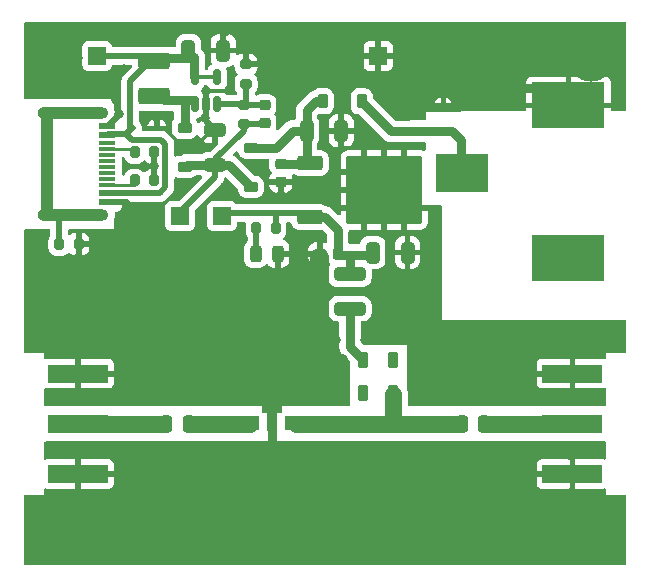
<source format=gbr>
%TF.GenerationSoftware,KiCad,Pcbnew,7.0.6-7.0.6~ubuntu22.04.1*%
%TF.CreationDate,2023-09-10T12:00:17+02:00*%
%TF.ProjectId,RFAmp,5246416d-702e-46b6-9963-61645f706362,rev?*%
%TF.SameCoordinates,Original*%
%TF.FileFunction,Copper,L1,Top*%
%TF.FilePolarity,Positive*%
%FSLAX46Y46*%
G04 Gerber Fmt 4.6, Leading zero omitted, Abs format (unit mm)*
G04 Created by KiCad (PCBNEW 7.0.6-7.0.6~ubuntu22.04.1) date 2023-09-10 12:00:17*
%MOMM*%
%LPD*%
G01*
G04 APERTURE LIST*
G04 Aperture macros list*
%AMRoundRect*
0 Rectangle with rounded corners*
0 $1 Rounding radius*
0 $2 $3 $4 $5 $6 $7 $8 $9 X,Y pos of 4 corners*
0 Add a 4 corners polygon primitive as box body*
4,1,4,$2,$3,$4,$5,$6,$7,$8,$9,$2,$3,0*
0 Add four circle primitives for the rounded corners*
1,1,$1+$1,$2,$3*
1,1,$1+$1,$4,$5*
1,1,$1+$1,$6,$7*
1,1,$1+$1,$8,$9*
0 Add four rect primitives between the rounded corners*
20,1,$1+$1,$2,$3,$4,$5,0*
20,1,$1+$1,$4,$5,$6,$7,0*
20,1,$1+$1,$6,$7,$8,$9,0*
20,1,$1+$1,$8,$9,$2,$3,0*%
%AMFreePoly0*
4,1,9,3.862500,-0.866500,0.737500,-0.866500,0.737500,-0.450000,-0.737500,-0.450000,-0.737500,0.450000,0.737500,0.450000,0.737500,0.866500,3.862500,0.866500,3.862500,-0.866500,3.862500,-0.866500,$1*%
G04 Aperture macros list end*
%TA.AperFunction,SMDPad,CuDef*%
%ADD10RoundRect,0.200000X0.200000X0.275000X-0.200000X0.275000X-0.200000X-0.275000X0.200000X-0.275000X0*%
%TD*%
%TA.AperFunction,SMDPad,CuDef*%
%ADD11R,5.080000X1.500000*%
%TD*%
%TA.AperFunction,SMDPad,CuDef*%
%ADD12RoundRect,0.225000X-0.375000X0.225000X-0.375000X-0.225000X0.375000X-0.225000X0.375000X0.225000X0*%
%TD*%
%TA.AperFunction,SMDPad,CuDef*%
%ADD13RoundRect,0.225000X-0.250000X0.225000X-0.250000X-0.225000X0.250000X-0.225000X0.250000X0.225000X0*%
%TD*%
%TA.AperFunction,SMDPad,CuDef*%
%ADD14RoundRect,0.243750X0.243750X0.456250X-0.243750X0.456250X-0.243750X-0.456250X0.243750X-0.456250X0*%
%TD*%
%TA.AperFunction,SMDPad,CuDef*%
%ADD15RoundRect,0.250000X-0.850000X-0.350000X0.850000X-0.350000X0.850000X0.350000X-0.850000X0.350000X0*%
%TD*%
%TA.AperFunction,SMDPad,CuDef*%
%ADD16RoundRect,0.250000X-1.275000X-1.125000X1.275000X-1.125000X1.275000X1.125000X-1.275000X1.125000X0*%
%TD*%
%TA.AperFunction,SMDPad,CuDef*%
%ADD17RoundRect,0.249997X-2.950003X-2.650003X2.950003X-2.650003X2.950003X2.650003X-2.950003X2.650003X0*%
%TD*%
%TA.AperFunction,SMDPad,CuDef*%
%ADD18RoundRect,0.150000X0.150000X-0.512500X0.150000X0.512500X-0.150000X0.512500X-0.150000X-0.512500X0*%
%TD*%
%TA.AperFunction,ComponentPad*%
%ADD19R,1.500000X1.500000*%
%TD*%
%TA.AperFunction,SMDPad,CuDef*%
%ADD20RoundRect,0.250000X1.075000X-0.312500X1.075000X0.312500X-1.075000X0.312500X-1.075000X-0.312500X0*%
%TD*%
%TA.AperFunction,SMDPad,CuDef*%
%ADD21RoundRect,0.225000X0.250000X-0.225000X0.250000X0.225000X-0.250000X0.225000X-0.250000X-0.225000X0*%
%TD*%
%TA.AperFunction,SMDPad,CuDef*%
%ADD22RoundRect,0.200000X-0.200000X-0.275000X0.200000X-0.275000X0.200000X0.275000X-0.200000X0.275000X0*%
%TD*%
%TA.AperFunction,SMDPad,CuDef*%
%ADD23R,0.900000X1.300000*%
%TD*%
%TA.AperFunction,SMDPad,CuDef*%
%ADD24FreePoly0,90.000000*%
%TD*%
%TA.AperFunction,ComponentPad*%
%ADD25O,1.600000X1.000000*%
%TD*%
%TA.AperFunction,ComponentPad*%
%ADD26O,2.100000X1.000000*%
%TD*%
%TA.AperFunction,SMDPad,CuDef*%
%ADD27R,1.450000X0.600000*%
%TD*%
%TA.AperFunction,SMDPad,CuDef*%
%ADD28R,1.450000X0.300000*%
%TD*%
%TA.AperFunction,SMDPad,CuDef*%
%ADD29RoundRect,0.200000X0.275000X-0.200000X0.275000X0.200000X-0.275000X0.200000X-0.275000X-0.200000X0*%
%TD*%
%TA.AperFunction,SMDPad,CuDef*%
%ADD30RoundRect,0.250000X-0.325000X-0.650000X0.325000X-0.650000X0.325000X0.650000X-0.325000X0.650000X0*%
%TD*%
%TA.AperFunction,SMDPad,CuDef*%
%ADD31RoundRect,0.225000X0.225000X0.250000X-0.225000X0.250000X-0.225000X-0.250000X0.225000X-0.250000X0*%
%TD*%
%TA.AperFunction,SMDPad,CuDef*%
%ADD32RoundRect,0.038000X0.342000X0.597000X-0.342000X0.597000X-0.342000X-0.597000X0.342000X-0.597000X0*%
%TD*%
%TA.AperFunction,SMDPad,CuDef*%
%ADD33RoundRect,0.112500X-0.112500X0.187500X-0.112500X-0.187500X0.112500X-0.187500X0.112500X0.187500X0*%
%TD*%
%TA.AperFunction,SMDPad,CuDef*%
%ADD34RoundRect,0.250000X-0.250000X-0.475000X0.250000X-0.475000X0.250000X0.475000X-0.250000X0.475000X0*%
%TD*%
%TA.AperFunction,SMDPad,CuDef*%
%ADD35R,6.200000X3.900000*%
%TD*%
%TA.AperFunction,SMDPad,CuDef*%
%ADD36R,4.400000X3.300000*%
%TD*%
%TA.AperFunction,SMDPad,CuDef*%
%ADD37RoundRect,0.250001X-1.074999X0.462499X-1.074999X-0.462499X1.074999X-0.462499X1.074999X0.462499X0*%
%TD*%
%TA.AperFunction,SMDPad,CuDef*%
%ADD38RoundRect,0.112500X0.187500X0.112500X-0.187500X0.112500X-0.187500X-0.112500X0.187500X-0.112500X0*%
%TD*%
%TA.AperFunction,SMDPad,CuDef*%
%ADD39RoundRect,0.250000X0.650000X-0.325000X0.650000X0.325000X-0.650000X0.325000X-0.650000X-0.325000X0*%
%TD*%
%TA.AperFunction,SMDPad,CuDef*%
%ADD40RoundRect,0.225000X-0.225000X-0.375000X0.225000X-0.375000X0.225000X0.375000X-0.225000X0.375000X0*%
%TD*%
%TA.AperFunction,SMDPad,CuDef*%
%ADD41RoundRect,0.225000X0.375000X-0.225000X0.375000X0.225000X-0.375000X0.225000X-0.375000X-0.225000X0*%
%TD*%
%TA.AperFunction,ViaPad*%
%ADD42C,0.800000*%
%TD*%
%TA.AperFunction,ViaPad*%
%ADD43C,4.000000*%
%TD*%
%TA.AperFunction,Conductor*%
%ADD44C,1.000000*%
%TD*%
%TA.AperFunction,Conductor*%
%ADD45C,0.300000*%
%TD*%
%TA.AperFunction,Conductor*%
%ADD46C,0.500000*%
%TD*%
%TA.AperFunction,Conductor*%
%ADD47C,0.800000*%
%TD*%
%TA.AperFunction,Conductor*%
%ADD48C,1.600000*%
%TD*%
%TA.AperFunction,Conductor*%
%ADD49C,0.250000*%
%TD*%
%TA.AperFunction,Conductor*%
%ADD50C,1.439000*%
%TD*%
G04 APERTURE END LIST*
D10*
%TO.P,R1,1*%
%TO.N,+8V*%
X121325000Y-117400000D03*
%TO.P,R1,2*%
%TO.N,Net-(LED1-A)*%
X119675000Y-117400000D03*
%TD*%
D11*
%TO.P,J1,2,Ext*%
%TO.N,GND*%
X104562500Y-129750000D03*
X104562500Y-138250000D03*
%TO.P,J1,1,In*%
%TO.N,/RFin*%
X104562500Y-134000000D03*
%TD*%
D12*
%TO.P,D3,1,K*%
%TO.N,Net-(D2-K)*%
X119200000Y-110650000D03*
%TO.P,D3,2,A*%
%TO.N,+12V*%
X119200000Y-113950000D03*
%TD*%
D13*
%TO.P,C1,1*%
%TO.N,Net-(D2-K)*%
X121750000Y-111975000D03*
%TO.P,C1,2*%
%TO.N,GND*%
X121750000Y-113525000D03*
%TD*%
D11*
%TO.P,J2,1,In*%
%TO.N,/RFout*%
X146437500Y-134000000D03*
%TO.P,J2,2,Ext*%
%TO.N,GND*%
X146437500Y-129750000D03*
X146437500Y-138250000D03*
%TD*%
D14*
%TO.P,LED1,1,K*%
%TO.N,GND*%
X121487500Y-119600000D03*
%TO.P,LED1,2,A*%
%TO.N,Net-(LED1-A)*%
X119612500Y-119600000D03*
%TD*%
D15*
%TO.P,U2,3,VO*%
%TO.N,+8V*%
X124200000Y-116480000D03*
D16*
%TO.P,U2,2,GND*%
%TO.N,GND*%
X132175000Y-115725000D03*
X132175000Y-112675000D03*
D17*
X130500000Y-114200000D03*
D16*
X128825000Y-115725000D03*
X128825000Y-112675000D03*
D15*
%TO.P,U2,1,VI*%
%TO.N,Net-(D2-K)*%
X124200000Y-111920000D03*
%TD*%
D18*
%TO.P,U3,1,SW*%
%TO.N,Net-(D4-A)*%
X114450000Y-106937500D03*
%TO.P,U3,2,GND*%
%TO.N,GND*%
X115400000Y-106937500D03*
%TO.P,U3,3,FB*%
%TO.N,Net-(U3-FB)*%
X116350000Y-106937500D03*
%TO.P,U3,4,EN*%
%TO.N,/VBUS*%
X116350000Y-104662500D03*
%TO.P,U3,5,VIN*%
X114450000Y-104662500D03*
%TD*%
D19*
%TO.P,TP3,1,1*%
%TO.N,+8V*%
X116750000Y-116400000D03*
%TD*%
D20*
%TO.P,R2,1*%
%TO.N,Net-(L1-Pad3)*%
X127600000Y-124262500D03*
%TO.P,R2,2*%
%TO.N,+8V*%
X127600000Y-121337500D03*
%TD*%
D21*
%TO.P,C9,1*%
%TO.N,+12V*%
X120400000Y-108575000D03*
%TO.P,C9,2*%
%TO.N,Net-(U3-FB)*%
X120400000Y-107025000D03*
%TD*%
D22*
%TO.P,R4,1*%
%TO.N,Net-(J4-CC2)*%
X109375000Y-113400000D03*
%TO.P,R4,2*%
%TO.N,GND*%
X111025000Y-113400000D03*
%TD*%
D23*
%TO.P,U1,1*%
%TO.N,/Gin*%
X119500000Y-133950000D03*
D24*
%TO.P,U1,2,GND*%
%TO.N,GND*%
X121000000Y-133862500D03*
D23*
%TO.P,U1,3*%
%TO.N,/Gout*%
X122500000Y-133950000D03*
%TD*%
D22*
%TO.P,R5,1*%
%TO.N,Net-(J4-SHIELD)*%
X102975000Y-118800000D03*
%TO.P,R5,2*%
%TO.N,GND*%
X104625000Y-118800000D03*
%TD*%
D19*
%TO.P,TP2,1,1*%
%TO.N,/VBUS*%
X106200000Y-102850000D03*
%TD*%
D25*
%TO.P,J4,S1,SHIELD*%
%TO.N,Net-(J4-SHIELD)*%
X101950000Y-116320000D03*
D26*
X106130000Y-116320000D03*
D25*
X101950000Y-107680000D03*
D26*
X106130000Y-107680000D03*
D27*
%TO.P,J4,B12,GND*%
%TO.N,GND*%
X107045000Y-108750000D03*
%TO.P,J4,B9,VBUS*%
%TO.N,/VBUS*%
X107045000Y-109550000D03*
D28*
%TO.P,J4,B8,SBU2*%
%TO.N,unconnected-(J4-SBU2-PadB8)*%
X107045000Y-110250000D03*
%TO.P,J4,B7,D-*%
%TO.N,unconnected-(J4-D--PadB7)*%
X107045000Y-111250000D03*
%TO.P,J4,B6,D+*%
%TO.N,unconnected-(J4-D+-PadB6)*%
X107045000Y-112750000D03*
%TO.P,J4,B5,CC2*%
%TO.N,Net-(J4-CC2)*%
X107045000Y-113750000D03*
D27*
%TO.P,J4,B4,VBUS*%
%TO.N,/VBUS*%
X107045000Y-114450000D03*
%TO.P,J4,B1,GND*%
%TO.N,GND*%
X107045000Y-115250000D03*
%TO.P,J4,A12,GND*%
X107045000Y-115250000D03*
%TO.P,J4,A9,VBUS*%
%TO.N,/VBUS*%
X107045000Y-114450000D03*
D28*
%TO.P,J4,A8,SBU1*%
%TO.N,unconnected-(J4-SBU1-PadA8)*%
X107045000Y-113250000D03*
%TO.P,J4,A7,D-*%
%TO.N,unconnected-(J4-D--PadA7)*%
X107045000Y-112250000D03*
%TO.P,J4,A6,D+*%
%TO.N,unconnected-(J4-D+-PadA6)*%
X107045000Y-111750000D03*
%TO.P,J4,A5,CC1*%
%TO.N,Net-(J4-CC1)*%
X107045000Y-110750000D03*
D27*
%TO.P,J4,A4,VBUS*%
%TO.N,/VBUS*%
X107045000Y-109550000D03*
%TO.P,J4,A1,GND*%
%TO.N,GND*%
X107045000Y-108750000D03*
%TD*%
D29*
%TO.P,R6,1*%
%TO.N,+12V*%
X118600000Y-108625000D03*
%TO.P,R6,2*%
%TO.N,Net-(U3-FB)*%
X118600000Y-106975000D03*
%TD*%
D30*
%TO.P,C3,1*%
%TO.N,Net-(D2-K)*%
X123925000Y-109200000D03*
%TO.P,C3,2*%
%TO.N,GND*%
X126875000Y-109200000D03*
%TD*%
D31*
%TO.P,C2,1*%
%TO.N,+8V*%
X126575000Y-119600000D03*
%TO.P,C2,2*%
%TO.N,GND*%
X125025000Y-119600000D03*
%TD*%
D32*
%TO.P,L1,1,1*%
%TO.N,/Gout*%
X131270000Y-131400000D03*
%TO.P,L1,2*%
%TO.N,N/C*%
X128730000Y-131400000D03*
%TO.P,L1,3,3*%
%TO.N,Net-(L1-Pad3)*%
X128730000Y-128600000D03*
%TO.P,L1,4*%
%TO.N,N/C*%
X131270000Y-128600000D03*
%TD*%
D33*
%TO.P,D1,1,A1*%
%TO.N,GND*%
X135500000Y-107150000D03*
%TO.P,D1,2,A2*%
%TO.N,/+10..15V*%
X135500000Y-109250000D03*
%TD*%
D34*
%TO.P,C8,1*%
%TO.N,/Gout*%
X137050000Y-134000000D03*
%TO.P,C8,2*%
%TO.N,/RFout*%
X138950000Y-134000000D03*
%TD*%
D30*
%TO.P,C4,1*%
%TO.N,+8V*%
X129525000Y-119500000D03*
%TO.P,C4,2*%
%TO.N,GND*%
X132475000Y-119500000D03*
%TD*%
D22*
%TO.P,R3,1*%
%TO.N,Net-(J4-CC1)*%
X109375000Y-111000000D03*
%TO.P,R3,2*%
%TO.N,GND*%
X111025000Y-111000000D03*
%TD*%
D35*
%TO.P,J3,3*%
%TO.N,GND*%
X146100000Y-107050000D03*
%TO.P,J3,2*%
%TO.N,unconnected-(J3-Pad2)*%
X146100000Y-119950000D03*
D36*
%TO.P,J3,1*%
%TO.N,/+10..15V*%
X137100000Y-112800000D03*
%TD*%
D29*
%TO.P,R7,1*%
%TO.N,Net-(U3-FB)*%
X118800000Y-105225000D03*
%TO.P,R7,2*%
%TO.N,GND*%
X118800000Y-103575000D03*
%TD*%
D37*
%TO.P,L2,1,1*%
%TO.N,/VBUS*%
X111000000Y-103312500D03*
%TO.P,L2,2,2*%
%TO.N,Net-(D4-A)*%
X111000000Y-106287500D03*
%TD*%
D38*
%TO.P,D5,1,A1*%
%TO.N,GND*%
X111250000Y-109000000D03*
%TO.P,D5,2,A2*%
%TO.N,/VBUS*%
X109150000Y-109000000D03*
%TD*%
D30*
%TO.P,C5,1*%
%TO.N,/VBUS*%
X113925000Y-102400000D03*
%TO.P,C5,2*%
%TO.N,GND*%
X116875000Y-102400000D03*
%TD*%
D39*
%TO.P,C6,1*%
%TO.N,+12V*%
X116200000Y-112075000D03*
%TO.P,C6,2*%
%TO.N,GND*%
X116200000Y-109125000D03*
%TD*%
D40*
%TO.P,D2,1,K*%
%TO.N,Net-(D2-K)*%
X125300000Y-106700000D03*
%TO.P,D2,2,A*%
%TO.N,/+10..15V*%
X128600000Y-106700000D03*
%TD*%
D34*
%TO.P,C7,1*%
%TO.N,/RFin*%
X112050000Y-134000000D03*
%TO.P,C7,2*%
%TO.N,/Gin*%
X113950000Y-134000000D03*
%TD*%
D19*
%TO.P,TP4,1,1*%
%TO.N,GND*%
X130000000Y-102875000D03*
%TD*%
%TO.P,TP1,1,1*%
%TO.N,+12V*%
X113200000Y-116400000D03*
%TD*%
D41*
%TO.P,D4,1,K*%
%TO.N,+12V*%
X113600000Y-112250000D03*
%TO.P,D4,2,A*%
%TO.N,Net-(D4-A)*%
X113600000Y-108950000D03*
%TD*%
D42*
%TO.N,GND*%
X143000000Y-100800000D03*
X140000000Y-100800000D03*
X136500000Y-100800000D03*
X133000000Y-100800000D03*
X130000000Y-100800000D03*
X120000000Y-100800000D03*
X117000000Y-100800000D03*
X111000000Y-100800000D03*
X108000000Y-100800000D03*
X150200000Y-105000000D03*
X146000000Y-100800000D03*
X127000000Y-100800000D03*
X123000000Y-100800000D03*
X105000000Y-100800000D03*
X150200000Y-107000000D03*
D43*
X148000000Y-103000000D03*
D42*
X130000000Y-145200000D03*
X133000000Y-145200000D03*
X136000000Y-145200000D03*
X139000000Y-145200000D03*
X111000000Y-145200000D03*
X114000000Y-145200000D03*
X117000000Y-145200000D03*
X133000000Y-130200000D03*
X133000000Y-128500000D03*
X127000000Y-128500000D03*
X127000000Y-130200000D03*
X128900000Y-126900000D03*
X126400000Y-126900000D03*
X118200000Y-132100000D03*
X104800000Y-132100000D03*
X103500000Y-132100000D03*
X103500000Y-135900000D03*
X104800000Y-135900000D03*
X130650000Y-118050000D03*
X131400000Y-107150000D03*
X126300000Y-135900000D03*
X150200000Y-145200000D03*
X120000000Y-145200000D03*
X115700000Y-132100000D03*
X116000000Y-121400000D03*
X128450000Y-109200000D03*
X125000000Y-118300000D03*
X122750000Y-129250000D03*
X111400000Y-115800000D03*
X145800000Y-135900000D03*
X104550000Y-139800000D03*
X124000000Y-132100000D03*
X143150000Y-138250000D03*
X138300000Y-132100000D03*
X107850000Y-129750000D03*
X125400000Y-109200000D03*
X113115586Y-110310978D03*
X100750000Y-118400000D03*
X116900000Y-132100000D03*
X111200000Y-108000000D03*
X114850000Y-110150000D03*
X111600000Y-125800000D03*
X108600000Y-115400000D03*
X134850000Y-119000000D03*
X147000000Y-132100000D03*
X147000000Y-135900000D03*
X139400000Y-125800000D03*
X108600000Y-116600000D03*
X133500000Y-135900000D03*
X121000000Y-135800000D03*
X121050000Y-129250000D03*
X126342630Y-111177702D03*
X113490547Y-114285467D03*
X146300000Y-128200000D03*
X132300000Y-135900000D03*
X134850000Y-116500000D03*
X143150000Y-129750000D03*
X104550000Y-136700000D03*
X109800000Y-135900000D03*
X108500000Y-104000000D03*
X118200000Y-135900000D03*
X111050000Y-112150000D03*
X115350000Y-108150000D03*
X111000000Y-135900000D03*
X146600000Y-125800000D03*
X104000000Y-121400000D03*
X119150000Y-129250000D03*
D43*
X148000000Y-143000000D03*
D42*
X141900000Y-132100000D03*
X138300000Y-135900000D03*
X117450000Y-105750000D03*
X137100000Y-132100000D03*
X133200000Y-105850000D03*
X134700000Y-135900000D03*
X107400000Y-135900000D03*
X115400000Y-105800000D03*
X104400000Y-125800000D03*
X140700000Y-132100000D03*
X122700000Y-135900000D03*
X145700000Y-132100000D03*
X125100000Y-135900000D03*
X119453434Y-112111151D03*
X135900000Y-135900000D03*
X104600000Y-128200000D03*
X133500000Y-132100000D03*
X145500000Y-145200000D03*
X106100000Y-132100000D03*
X126800000Y-107200000D03*
D43*
X125000000Y-143000000D03*
D42*
X123900000Y-135900000D03*
X125500000Y-132100000D03*
X114500000Y-132100000D03*
X142500000Y-145200000D03*
X107800000Y-106600000D03*
X127000000Y-132100000D03*
X132500000Y-121500000D03*
X118750000Y-102250000D03*
X108600000Y-135900000D03*
X112100000Y-132100000D03*
X128950000Y-110150000D03*
X106100000Y-135900000D03*
X110900000Y-132100000D03*
X115400000Y-102200000D03*
X123800000Y-119600000D03*
X112000000Y-121400000D03*
X105000000Y-145200000D03*
X144400000Y-132100000D03*
X127000000Y-145200000D03*
X137100000Y-135900000D03*
X134700000Y-132100000D03*
X123000000Y-145200000D03*
X132200000Y-125800000D03*
X139500000Y-132100000D03*
X107000000Y-118400000D03*
X107300000Y-132100000D03*
X134850000Y-121450000D03*
X104600000Y-120000000D03*
X115200000Y-125800000D03*
X108050000Y-107800000D03*
X108000000Y-125800000D03*
X150200000Y-140900000D03*
X129900000Y-135900000D03*
X129200000Y-125800000D03*
X141900000Y-135900000D03*
X131000000Y-119500000D03*
X118800000Y-125800000D03*
D43*
X103000000Y-143000000D03*
D42*
X107900000Y-138250000D03*
X127816352Y-117978803D03*
D43*
X125000000Y-103000000D03*
D42*
X120000000Y-121400000D03*
X126450000Y-114150000D03*
X100800000Y-100800000D03*
X131100000Y-135900000D03*
X100650000Y-140500000D03*
X121800000Y-114600000D03*
X122400000Y-125800000D03*
X144500000Y-135900000D03*
X117000000Y-114400000D03*
X143200000Y-135900000D03*
D43*
X103000000Y-103000000D03*
D42*
X127500000Y-135900000D03*
X108500000Y-132100000D03*
X100800000Y-105600000D03*
X100800000Y-125800000D03*
X109700000Y-132100000D03*
X139500000Y-135900000D03*
X104550000Y-131250000D03*
X119400000Y-135900000D03*
X123550000Y-121550000D03*
X150200000Y-125800000D03*
X108000000Y-121400000D03*
X122800000Y-119600000D03*
X146400000Y-131300000D03*
X146400000Y-139800000D03*
X108000000Y-145200000D03*
X135900000Y-132100000D03*
X100750000Y-121350000D03*
X114600000Y-135900000D03*
X112200000Y-135900000D03*
X128700000Y-135900000D03*
X117000000Y-135900000D03*
X113300000Y-132100000D03*
X125000000Y-125800000D03*
X100800000Y-145200000D03*
X113400000Y-135900000D03*
X146300000Y-136700000D03*
X150200000Y-127200000D03*
X148300000Y-135900000D03*
X115800000Y-135900000D03*
X129950000Y-121350000D03*
X143000000Y-125800000D03*
X148300000Y-132100000D03*
X140700000Y-135900000D03*
X132138593Y-110531476D03*
X135800000Y-125800000D03*
X143100000Y-132100000D03*
%TD*%
D44*
%TO.N,Net-(J4-SHIELD)*%
X105530000Y-116320000D02*
X101950000Y-116320000D01*
D45*
%TO.N,GND*%
X117587500Y-105900000D02*
X117512500Y-105825000D01*
X117512500Y-105825000D02*
X115425000Y-105825000D01*
X115425000Y-105825000D02*
X115412500Y-105812500D01*
X115412500Y-105812500D02*
X115412500Y-105900000D01*
D46*
X115400000Y-105806250D02*
X115400000Y-107193750D01*
D47*
%TO.N,/+10..15V*%
X137000000Y-111000000D02*
X137000000Y-110000000D01*
X136200000Y-109200000D02*
X135000000Y-109200000D01*
X137000000Y-110000000D02*
X136200000Y-109200000D01*
X135000000Y-109200000D02*
X131100000Y-109250000D01*
X131100000Y-109250000D02*
X128600000Y-106750000D01*
X128600000Y-106750000D02*
X128600000Y-106700000D01*
%TO.N,+8V*%
X124400000Y-116480000D02*
X125480000Y-116480000D01*
X125480000Y-116480000D02*
X126575000Y-117575000D01*
X126575000Y-117575000D02*
X126575000Y-119600000D01*
X126575000Y-119600000D02*
X126675000Y-119700000D01*
X126675000Y-119700000D02*
X127620000Y-119700000D01*
D48*
%TO.N,GND*%
X125000000Y-119900000D02*
X125000000Y-126600000D01*
D47*
%TO.N,Net-(L1-Pad3)*%
X127600000Y-124262500D02*
X127600000Y-127470000D01*
X127600000Y-127470000D02*
X128730000Y-128600000D01*
%TO.N,+8V*%
X127600000Y-121337500D02*
X127600000Y-119720000D01*
X127600000Y-119720000D02*
X127620000Y-119700000D01*
D46*
%TO.N,GND*%
X115400000Y-106937500D02*
X115400000Y-108325000D01*
D45*
X112144608Y-109218458D02*
X113144608Y-110218458D01*
D47*
X121000000Y-134400000D02*
X121000000Y-135800000D01*
D45*
X114800000Y-110200000D02*
X115800000Y-109200000D01*
D46*
X115400000Y-108325000D02*
X116200000Y-109125000D01*
D45*
X127057717Y-110693982D02*
X127657717Y-110693982D01*
D47*
X133200000Y-105850000D02*
X133200000Y-107150000D01*
D46*
X107100000Y-108800000D02*
X108150000Y-107750000D01*
D47*
X133600000Y-107150000D02*
X131400000Y-107150000D01*
X136850000Y-107150000D02*
X133600000Y-107150000D01*
D46*
X107400000Y-115250000D02*
X108700000Y-115250000D01*
D47*
X138450000Y-105550000D02*
X136850000Y-107150000D01*
X147200000Y-105550000D02*
X138450000Y-105550000D01*
D46*
%TO.N,+8V*%
X121350000Y-117375000D02*
X121350000Y-116150000D01*
X116750000Y-116850000D02*
X117450000Y-116150000D01*
D47*
X127620000Y-119700000D02*
X128925000Y-119700000D01*
D46*
X117450000Y-116150000D02*
X121350000Y-116150000D01*
X121325000Y-117400000D02*
X121350000Y-117375000D01*
X124070000Y-116150000D02*
X124400000Y-116480000D01*
X121350000Y-116150000D02*
X124070000Y-116150000D01*
D47*
%TO.N,Net-(D2-K)*%
X121300000Y-110650000D02*
X122750000Y-109200000D01*
X122750000Y-109200000D02*
X123925000Y-109200000D01*
X123925000Y-107475000D02*
X123925000Y-109200000D01*
X123925000Y-111445000D02*
X124400000Y-111920000D01*
X121750000Y-111975000D02*
X124345000Y-111975000D01*
X124345000Y-111975000D02*
X124400000Y-111920000D01*
X124700000Y-106700000D02*
X123925000Y-107475000D01*
X123925000Y-110400000D02*
X123925000Y-111445000D01*
X123925000Y-109200000D02*
X123925000Y-110400000D01*
X119200000Y-110650000D02*
X121300000Y-110650000D01*
X125300000Y-106700000D02*
X124700000Y-106700000D01*
D46*
%TO.N,Net-(LED1-A)*%
X119675000Y-117400000D02*
X119675000Y-119237500D01*
X119675000Y-119237500D02*
X119612500Y-119300000D01*
%TO.N,/VBUS*%
X109000000Y-105000000D02*
X109000000Y-109100000D01*
X109000000Y-105000000D02*
X110687500Y-103312500D01*
X111950000Y-110300000D02*
X111975000Y-110325000D01*
X109125000Y-109975000D02*
X111625000Y-109975000D01*
X107100000Y-109500000D02*
X108650000Y-109500000D01*
X108650000Y-109500000D02*
X109125000Y-109975000D01*
X109000000Y-108850000D02*
X109150000Y-109000000D01*
X111975000Y-110325000D02*
X111975000Y-113985660D01*
D45*
X116350000Y-104662500D02*
X114450000Y-104662500D01*
D46*
X111975000Y-113985660D02*
X111510660Y-114450000D01*
X110687500Y-103312500D02*
X111000000Y-103312500D01*
D47*
X114400000Y-102981250D02*
X114400000Y-104618750D01*
D46*
X108650000Y-109500000D02*
X109150000Y-109000000D01*
X111490165Y-114450000D02*
X107009835Y-114450000D01*
X111625000Y-109975000D02*
X111950000Y-110300000D01*
D47*
X110868750Y-103000000D02*
X114131250Y-103000000D01*
D46*
X110537500Y-102850000D02*
X111000000Y-103312500D01*
X106200000Y-102850000D02*
X110537500Y-102850000D01*
%TO.N,+12V*%
X116200000Y-111600000D02*
X118600000Y-109200000D01*
D47*
X117325000Y-112075000D02*
X119200000Y-113950000D01*
X116200000Y-112075000D02*
X117325000Y-112075000D01*
D46*
X116200000Y-113100000D02*
X116200000Y-112075000D01*
X113200000Y-116400000D02*
X113200000Y-116100000D01*
X118600000Y-109200000D02*
X118600000Y-108625000D01*
X118600000Y-108625000D02*
X120350000Y-108625000D01*
X113200000Y-116100000D02*
X116200000Y-113100000D01*
D47*
X116200000Y-112075000D02*
X113775000Y-112075000D01*
D46*
X120350000Y-108625000D02*
X120400000Y-108575000D01*
X113775000Y-112075000D02*
X113600000Y-112250000D01*
%TO.N,Net-(U3-FB)*%
X118800000Y-105225000D02*
X118800000Y-106775000D01*
X120400000Y-107025000D02*
X118650000Y-107025000D01*
X118800000Y-106775000D02*
X118600000Y-106975000D01*
X118562500Y-106937500D02*
X118600000Y-106975000D01*
X116350000Y-106937500D02*
X118562500Y-106937500D01*
X118650000Y-107025000D02*
X118600000Y-106975000D01*
D47*
%TO.N,Net-(D4-A)*%
X111837500Y-106600000D02*
X114362500Y-106600000D01*
X113600000Y-108950000D02*
X113600000Y-106600000D01*
D49*
%TO.N,Net-(J4-CC1)*%
X109225000Y-110750000D02*
X107075000Y-110750000D01*
%TO.N,Net-(J4-CC2)*%
X109375000Y-113750000D02*
X107225000Y-113750000D01*
D46*
%TO.N,Net-(J4-SHIELD)*%
X103000000Y-116320000D02*
X101950000Y-116320000D01*
X102975000Y-116345000D02*
X103000000Y-116320000D01*
X102975000Y-118800000D02*
X102975000Y-116345000D01*
D44*
X106130000Y-107680000D02*
X101950000Y-107680000D01*
X101950000Y-107680000D02*
X101950000Y-116320000D01*
D50*
%TO.N,/RFin*%
X103750000Y-134000000D02*
X111800000Y-134000000D01*
%TO.N,/Gin*%
X114350000Y-134000000D02*
X119150000Y-134000000D01*
%TO.N,/Gout*%
X131270000Y-131500000D02*
X131270000Y-133830000D01*
X131270000Y-133730000D02*
X131000000Y-134000000D01*
X136800000Y-134000000D02*
X130750000Y-134000000D01*
X131000000Y-134000000D02*
X123000000Y-134000000D01*
%TO.N,/RFout*%
X139175000Y-134000000D02*
X147225000Y-134000000D01*
%TD*%
%TA.AperFunction,Conductor*%
%TO.N,GND*%
G36*
X149242539Y-135519685D02*
G01*
X149288294Y-135572489D01*
X149299500Y-135624000D01*
X149299500Y-136907858D01*
X149279815Y-136974897D01*
X149227011Y-137020652D01*
X149157853Y-137030596D01*
X149132167Y-137024040D01*
X149084880Y-137006403D01*
X149084872Y-137006401D01*
X149025344Y-137000000D01*
X146687500Y-137000000D01*
X146687500Y-139500000D01*
X149025328Y-139500000D01*
X149025344Y-139499999D01*
X149084872Y-139493598D01*
X149084880Y-139493596D01*
X149132165Y-139475960D01*
X149201857Y-139470975D01*
X149263180Y-139504459D01*
X149296666Y-139565782D01*
X149299500Y-139592141D01*
X149299500Y-139975467D01*
X149299416Y-139975889D01*
X149299459Y-140000001D01*
X149299500Y-140000099D01*
X149299616Y-140000382D01*
X149299618Y-140000384D01*
X149299808Y-140000462D01*
X149300000Y-140000541D01*
X149300002Y-140000539D01*
X149324616Y-140000524D01*
X149324616Y-140000528D01*
X149324760Y-140000500D01*
X150875500Y-140000500D01*
X150942539Y-140020185D01*
X150988294Y-140072989D01*
X150999500Y-140124500D01*
X150999500Y-145875500D01*
X150979815Y-145942539D01*
X150927011Y-145988294D01*
X150875500Y-145999500D01*
X100124500Y-145999500D01*
X100057461Y-145979815D01*
X100011706Y-145927011D01*
X100000500Y-145875500D01*
X100000500Y-140124500D01*
X100020185Y-140057461D01*
X100072989Y-140011706D01*
X100124500Y-140000500D01*
X101675240Y-140000500D01*
X101675383Y-140000528D01*
X101675384Y-140000524D01*
X101699997Y-140000539D01*
X101700000Y-140000541D01*
X101700383Y-140000383D01*
X101700500Y-140000099D01*
X101700499Y-140000099D01*
X101700541Y-140000000D01*
X101700540Y-139999998D01*
X101706892Y-139985028D01*
X101700521Y-139964747D01*
X101700499Y-139962417D01*
X101700499Y-139592141D01*
X101720184Y-139525102D01*
X101772988Y-139479347D01*
X101842146Y-139469403D01*
X101867833Y-139475959D01*
X101915123Y-139493597D01*
X101915127Y-139493598D01*
X101974655Y-139499999D01*
X101974672Y-139500000D01*
X104312500Y-139500000D01*
X104312500Y-138500000D01*
X104812500Y-138500000D01*
X104812500Y-139500000D01*
X107150328Y-139500000D01*
X107150344Y-139499999D01*
X107209872Y-139493598D01*
X107209879Y-139493596D01*
X107344586Y-139443354D01*
X107344593Y-139443350D01*
X107459687Y-139357190D01*
X107459690Y-139357187D01*
X107545850Y-139242093D01*
X107545854Y-139242086D01*
X107596096Y-139107379D01*
X107596098Y-139107372D01*
X107602499Y-139047844D01*
X107602500Y-139047827D01*
X107602500Y-138500000D01*
X143397500Y-138500000D01*
X143397500Y-139047844D01*
X143403901Y-139107372D01*
X143403903Y-139107379D01*
X143454145Y-139242086D01*
X143454149Y-139242093D01*
X143540309Y-139357187D01*
X143540312Y-139357190D01*
X143655406Y-139443350D01*
X143655413Y-139443354D01*
X143790120Y-139493596D01*
X143790127Y-139493598D01*
X143849655Y-139499999D01*
X143849672Y-139500000D01*
X146187500Y-139500000D01*
X146187500Y-138500000D01*
X143397500Y-138500000D01*
X107602500Y-138500000D01*
X104812500Y-138500000D01*
X104312500Y-138500000D01*
X104312500Y-137000000D01*
X104812500Y-137000000D01*
X104812500Y-138000000D01*
X107602500Y-138000000D01*
X143397500Y-138000000D01*
X146187500Y-138000000D01*
X146187500Y-137000000D01*
X143849655Y-137000000D01*
X143790127Y-137006401D01*
X143790120Y-137006403D01*
X143655413Y-137056645D01*
X143655406Y-137056649D01*
X143540312Y-137142809D01*
X143540309Y-137142812D01*
X143454149Y-137257906D01*
X143454145Y-137257913D01*
X143403903Y-137392620D01*
X143403901Y-137392627D01*
X143397500Y-137452155D01*
X143397500Y-138000000D01*
X107602500Y-138000000D01*
X107602500Y-137452172D01*
X107602499Y-137452155D01*
X107596098Y-137392627D01*
X107596096Y-137392620D01*
X107545854Y-137257913D01*
X107545850Y-137257906D01*
X107459690Y-137142812D01*
X107459687Y-137142809D01*
X107344593Y-137056649D01*
X107344586Y-137056645D01*
X107209879Y-137006403D01*
X107209872Y-137006401D01*
X107150344Y-137000000D01*
X104812500Y-137000000D01*
X104312500Y-137000000D01*
X101974655Y-137000000D01*
X101915127Y-137006401D01*
X101915116Y-137006404D01*
X101867831Y-137024040D01*
X101798139Y-137029024D01*
X101736817Y-136995538D01*
X101703332Y-136934214D01*
X101700499Y-136907864D01*
X101700499Y-135624000D01*
X101720185Y-135556960D01*
X101772989Y-135511206D01*
X101824500Y-135500000D01*
X149175500Y-135500000D01*
X149242539Y-135519685D01*
G37*
%TD.AperFunction*%
%TA.AperFunction,Conductor*%
G36*
X150942539Y-100020185D02*
G01*
X150988294Y-100072989D01*
X150999500Y-100124500D01*
X150999500Y-107376000D01*
X150979815Y-107443039D01*
X150927011Y-107488794D01*
X150875500Y-107500000D01*
X149824000Y-107500000D01*
X149756961Y-107480315D01*
X149711206Y-107427511D01*
X149700000Y-107376000D01*
X149700000Y-107300000D01*
X142500000Y-107300000D01*
X142500000Y-107376000D01*
X142480315Y-107443039D01*
X142427511Y-107488794D01*
X142376000Y-107500000D01*
X136349000Y-107500000D01*
X136281961Y-107480315D01*
X136236206Y-107427511D01*
X136225000Y-107376000D01*
X136225000Y-107375000D01*
X134775001Y-107375000D01*
X134775001Y-107376000D01*
X134755316Y-107443039D01*
X134702512Y-107488794D01*
X134651001Y-107500000D01*
X133999999Y-107500000D01*
X133999999Y-108189824D01*
X133980314Y-108256864D01*
X133927510Y-108302618D01*
X133877589Y-108313814D01*
X131520496Y-108344034D01*
X131453209Y-108325210D01*
X131431225Y-108307725D01*
X130048500Y-106925000D01*
X134775000Y-106925000D01*
X135275000Y-106925000D01*
X135275000Y-106357357D01*
X135725000Y-106357357D01*
X135725000Y-106925000D01*
X136224999Y-106925000D01*
X136224999Y-106900647D01*
X136222266Y-106865921D01*
X136203114Y-106800000D01*
X142500000Y-106800000D01*
X145850000Y-106800000D01*
X145850000Y-104600000D01*
X146350000Y-104600000D01*
X146350000Y-106800000D01*
X149700000Y-106800000D01*
X149700000Y-105052172D01*
X149699999Y-105052155D01*
X149693598Y-104992627D01*
X149693596Y-104992620D01*
X149643354Y-104857913D01*
X149643350Y-104857906D01*
X149557190Y-104742812D01*
X149557187Y-104742809D01*
X149442093Y-104656649D01*
X149442086Y-104656645D01*
X149307379Y-104606403D01*
X149307372Y-104606401D01*
X149247844Y-104600000D01*
X146350000Y-104600000D01*
X145850000Y-104600000D01*
X142952155Y-104600000D01*
X142892627Y-104606401D01*
X142892620Y-104606403D01*
X142757913Y-104656645D01*
X142757906Y-104656649D01*
X142642812Y-104742809D01*
X142642809Y-104742812D01*
X142556649Y-104857906D01*
X142556645Y-104857913D01*
X142506403Y-104992620D01*
X142506401Y-104992627D01*
X142500000Y-105052155D01*
X142500000Y-106800000D01*
X136203114Y-106800000D01*
X136179093Y-106717318D01*
X136179092Y-106717315D01*
X136100317Y-106584114D01*
X136100311Y-106584105D01*
X135990894Y-106474688D01*
X135990885Y-106474682D01*
X135857684Y-106395907D01*
X135857683Y-106395906D01*
X135725000Y-106357357D01*
X135275000Y-106357357D01*
X135142316Y-106395906D01*
X135142315Y-106395907D01*
X135009114Y-106474682D01*
X135009105Y-106474688D01*
X134899688Y-106584105D01*
X134899682Y-106584114D01*
X134820907Y-106717315D01*
X134820906Y-106717318D01*
X134777734Y-106865915D01*
X134777732Y-106865926D01*
X134775000Y-106900643D01*
X134775000Y-106925000D01*
X130048500Y-106925000D01*
X129586818Y-106463318D01*
X129553333Y-106401995D01*
X129550499Y-106375637D01*
X129550499Y-106276662D01*
X129550498Y-106276644D01*
X129540349Y-106177292D01*
X129540348Y-106177289D01*
X129523392Y-106126120D01*
X129487003Y-106016303D01*
X129486999Y-106016297D01*
X129486998Y-106016294D01*
X129397970Y-105871959D01*
X129397967Y-105871955D01*
X129278044Y-105752032D01*
X129278040Y-105752029D01*
X129133705Y-105663001D01*
X129133699Y-105662998D01*
X129133697Y-105662997D01*
X129083508Y-105646366D01*
X128972709Y-105609651D01*
X128873346Y-105599500D01*
X128326662Y-105599500D01*
X128326644Y-105599501D01*
X128227292Y-105609650D01*
X128227289Y-105609651D01*
X128066305Y-105662996D01*
X128066294Y-105663001D01*
X127921959Y-105752029D01*
X127921955Y-105752032D01*
X127802032Y-105871955D01*
X127802029Y-105871959D01*
X127713001Y-106016294D01*
X127712996Y-106016305D01*
X127659651Y-106177290D01*
X127649500Y-106276647D01*
X127649500Y-107123337D01*
X127649501Y-107123355D01*
X127659650Y-107222707D01*
X127659651Y-107222710D01*
X127712996Y-107383694D01*
X127713001Y-107383705D01*
X127802029Y-107528040D01*
X127802032Y-107528044D01*
X127921955Y-107647967D01*
X127921959Y-107647970D01*
X128066294Y-107736998D01*
X128066297Y-107736999D01*
X128066303Y-107737003D01*
X128227292Y-107790349D01*
X128326655Y-107800500D01*
X128326666Y-107800499D01*
X128329804Y-107800660D01*
X128329749Y-107801721D01*
X128392629Y-107820152D01*
X128413318Y-107836817D01*
X129424845Y-108848345D01*
X130410906Y-109834406D01*
X130422601Y-109847923D01*
X130434928Y-109864441D01*
X130434935Y-109864448D01*
X130482494Y-109906180D01*
X130485445Y-109908945D01*
X130496620Y-109920120D01*
X130519459Y-109938614D01*
X130577218Y-109989296D01*
X130583679Y-109992916D01*
X130601093Y-110004720D01*
X130606851Y-110009383D01*
X130675313Y-110044266D01*
X130716025Y-110067080D01*
X130742344Y-110081829D01*
X130742348Y-110081831D01*
X130742350Y-110081832D01*
X130749421Y-110084029D01*
X130768916Y-110091959D01*
X130775512Y-110095320D01*
X130849729Y-110115206D01*
X130923113Y-110138015D01*
X130926854Y-110138359D01*
X130930482Y-110138694D01*
X130951205Y-110142397D01*
X130958355Y-110144313D01*
X131035093Y-110148334D01*
X131064356Y-110151031D01*
X131080196Y-110150827D01*
X131084181Y-110150906D01*
X131147388Y-110154219D01*
X131156155Y-110152830D01*
X131167748Y-110150994D01*
X131185560Y-110149476D01*
X133874411Y-110115004D01*
X133941697Y-110133828D01*
X133988125Y-110186041D01*
X134000000Y-110238994D01*
X134000000Y-110785872D01*
X133980315Y-110852911D01*
X133927511Y-110898666D01*
X133858353Y-110908610D01*
X133810904Y-110891411D01*
X133769129Y-110865645D01*
X133769120Y-110865640D01*
X133602698Y-110810494D01*
X133499988Y-110800000D01*
X132425000Y-110800000D01*
X132425000Y-115475000D01*
X134000000Y-115475000D01*
X134000000Y-115500000D01*
X135275360Y-115500000D01*
X135342399Y-115519685D01*
X135388154Y-115572489D01*
X135399357Y-115624636D01*
X135386544Y-118110493D01*
X135349999Y-125199999D01*
X135350000Y-125200000D01*
X150875500Y-125200000D01*
X150942539Y-125219685D01*
X150988294Y-125272489D01*
X150999500Y-125324000D01*
X150999500Y-127875500D01*
X150979815Y-127942539D01*
X150927011Y-127988294D01*
X150875500Y-127999500D01*
X149324760Y-127999500D01*
X149324554Y-127999459D01*
X149300000Y-127999459D01*
X149299901Y-127999500D01*
X149299617Y-127999616D01*
X149299615Y-127999618D01*
X149299459Y-127999999D01*
X149299476Y-128024616D01*
X149299471Y-128024616D01*
X149299500Y-128024759D01*
X149299500Y-128407858D01*
X149279815Y-128474897D01*
X149227011Y-128520652D01*
X149157853Y-128530596D01*
X149132167Y-128524040D01*
X149084880Y-128506403D01*
X149084872Y-128506401D01*
X149025344Y-128500000D01*
X146687500Y-128500000D01*
X146687500Y-131000000D01*
X149025328Y-131000000D01*
X149025344Y-130999999D01*
X149084872Y-130993598D01*
X149084880Y-130993596D01*
X149132165Y-130975960D01*
X149201857Y-130970975D01*
X149263180Y-131004459D01*
X149296666Y-131065782D01*
X149299500Y-131092141D01*
X149299500Y-132376000D01*
X149279815Y-132443039D01*
X149227011Y-132488794D01*
X149175500Y-132500000D01*
X132614000Y-132500000D01*
X132546961Y-132480315D01*
X132501206Y-132427511D01*
X132490000Y-132376000D01*
X132490000Y-131445218D01*
X132490000Y-131445212D01*
X132475246Y-131281280D01*
X132416823Y-131069590D01*
X132412280Y-131060156D01*
X132400000Y-131006357D01*
X132400000Y-130000000D01*
X143397500Y-130000000D01*
X143397500Y-130547844D01*
X143403901Y-130607372D01*
X143403903Y-130607379D01*
X143454145Y-130742086D01*
X143454149Y-130742093D01*
X143540309Y-130857187D01*
X143540312Y-130857190D01*
X143655406Y-130943350D01*
X143655413Y-130943354D01*
X143790120Y-130993596D01*
X143790127Y-130993598D01*
X143849655Y-130999999D01*
X143849672Y-131000000D01*
X146187500Y-131000000D01*
X146187500Y-130000000D01*
X143397500Y-130000000D01*
X132400000Y-130000000D01*
X132400000Y-129500000D01*
X143397500Y-129500000D01*
X146187500Y-129500000D01*
X146187500Y-128500000D01*
X143849655Y-128500000D01*
X143790127Y-128506401D01*
X143790120Y-128506403D01*
X143655413Y-128556645D01*
X143655406Y-128556649D01*
X143540312Y-128642809D01*
X143540309Y-128642812D01*
X143454149Y-128757906D01*
X143454145Y-128757913D01*
X143403903Y-128892620D01*
X143403901Y-128892627D01*
X143397500Y-128952155D01*
X143397500Y-129500000D01*
X132400000Y-129500000D01*
X132400000Y-127300000D01*
X128754861Y-127300000D01*
X128687822Y-127280315D01*
X128667180Y-127263681D01*
X128536818Y-127133319D01*
X128503333Y-127071996D01*
X128500499Y-127045647D01*
X128500500Y-125449499D01*
X128520185Y-125382459D01*
X128572989Y-125336705D01*
X128624500Y-125325499D01*
X128725002Y-125325499D01*
X128725008Y-125325499D01*
X128827797Y-125314999D01*
X128994334Y-125259814D01*
X129143656Y-125167712D01*
X129267712Y-125043656D01*
X129359814Y-124894334D01*
X129414999Y-124727797D01*
X129425500Y-124625009D01*
X129425499Y-123899992D01*
X129414999Y-123797203D01*
X129359814Y-123630666D01*
X129267712Y-123481344D01*
X129143656Y-123357288D01*
X128994334Y-123265186D01*
X128827797Y-123210001D01*
X128827795Y-123210000D01*
X128725010Y-123199500D01*
X126474998Y-123199500D01*
X126474981Y-123199501D01*
X126372203Y-123210000D01*
X126372200Y-123210001D01*
X126205668Y-123265185D01*
X126205663Y-123265187D01*
X126056342Y-123357289D01*
X125932289Y-123481342D01*
X125840187Y-123630663D01*
X125840185Y-123630666D01*
X125840186Y-123630666D01*
X125785001Y-123797203D01*
X125785001Y-123797204D01*
X125785000Y-123797204D01*
X125774500Y-123899983D01*
X125774500Y-124625001D01*
X125774501Y-124625019D01*
X125785000Y-124727796D01*
X125785001Y-124727799D01*
X125840185Y-124894331D01*
X125840186Y-124894334D01*
X125932288Y-125043656D01*
X126056344Y-125167712D01*
X126205666Y-125259814D01*
X126372203Y-125314999D01*
X126474991Y-125325500D01*
X126575500Y-125325499D01*
X126642538Y-125345183D01*
X126688294Y-125397986D01*
X126699500Y-125449499D01*
X126699500Y-127389373D01*
X126697973Y-127408772D01*
X126695781Y-127422611D01*
X126699415Y-127491956D01*
X126699500Y-127495201D01*
X126699500Y-127517189D01*
X126701797Y-127539059D01*
X126702051Y-127542290D01*
X126705686Y-127611643D01*
X126705688Y-127611653D01*
X126709315Y-127625189D01*
X126712860Y-127644314D01*
X126714325Y-127658249D01*
X126714326Y-127658256D01*
X126714328Y-127658262D01*
X126735784Y-127724298D01*
X126736705Y-127727409D01*
X126754679Y-127794486D01*
X126754684Y-127794498D01*
X126761043Y-127806978D01*
X126768488Y-127824949D01*
X126772820Y-127838282D01*
X126807537Y-127898414D01*
X126809085Y-127901266D01*
X126830116Y-127942539D01*
X126840617Y-127963149D01*
X126840619Y-127963151D01*
X126840620Y-127963153D01*
X126849438Y-127974043D01*
X126860454Y-127990070D01*
X126867465Y-128002213D01*
X126867470Y-128002220D01*
X126913939Y-128053831D01*
X126916043Y-128056295D01*
X126929882Y-128073382D01*
X126945423Y-128088922D01*
X126947657Y-128091277D01*
X126994128Y-128142887D01*
X127005468Y-128151126D01*
X127020265Y-128163764D01*
X127563681Y-128707180D01*
X127597166Y-128768503D01*
X127600000Y-128794861D01*
X127600000Y-132376000D01*
X127580315Y-132443039D01*
X127527511Y-132488794D01*
X127476000Y-132500000D01*
X101824500Y-132500000D01*
X101757461Y-132480315D01*
X101711706Y-132427511D01*
X101700500Y-132376000D01*
X101700499Y-132326498D01*
X101700499Y-131092138D01*
X101720184Y-131025102D01*
X101772987Y-130979347D01*
X101842146Y-130969403D01*
X101867833Y-130975959D01*
X101915123Y-130993597D01*
X101915127Y-130993598D01*
X101974655Y-130999999D01*
X101974672Y-131000000D01*
X104312500Y-131000000D01*
X104312500Y-130000000D01*
X104812500Y-130000000D01*
X104812500Y-131000000D01*
X107150328Y-131000000D01*
X107150344Y-130999999D01*
X107209872Y-130993598D01*
X107209879Y-130993596D01*
X107344586Y-130943354D01*
X107344593Y-130943350D01*
X107459687Y-130857190D01*
X107459690Y-130857187D01*
X107545850Y-130742093D01*
X107545854Y-130742086D01*
X107596096Y-130607379D01*
X107596098Y-130607372D01*
X107602499Y-130547844D01*
X107602500Y-130547827D01*
X107602500Y-130000000D01*
X104812500Y-130000000D01*
X104312500Y-130000000D01*
X104312500Y-128500000D01*
X104812500Y-128500000D01*
X104812500Y-129500000D01*
X107602500Y-129500000D01*
X107602500Y-128952172D01*
X107602499Y-128952155D01*
X107596098Y-128892627D01*
X107596096Y-128892620D01*
X107545854Y-128757913D01*
X107545850Y-128757906D01*
X107459690Y-128642812D01*
X107459687Y-128642809D01*
X107344593Y-128556649D01*
X107344586Y-128556645D01*
X107209879Y-128506403D01*
X107209872Y-128506401D01*
X107150344Y-128500000D01*
X104812500Y-128500000D01*
X104312500Y-128500000D01*
X101974655Y-128500000D01*
X101915127Y-128506401D01*
X101915116Y-128506404D01*
X101867831Y-128524040D01*
X101798139Y-128529024D01*
X101736817Y-128495538D01*
X101703332Y-128434214D01*
X101700499Y-128407858D01*
X101700499Y-128008338D01*
X101700539Y-128000002D01*
X101700541Y-128000000D01*
X101700383Y-127999617D01*
X101700382Y-127999616D01*
X101700099Y-127999500D01*
X101700000Y-127999459D01*
X101675446Y-127999459D01*
X101675240Y-127999500D01*
X100124500Y-127999500D01*
X100057461Y-127979815D01*
X100011706Y-127927011D01*
X100000500Y-127875500D01*
X100000500Y-117624000D01*
X100020185Y-117556961D01*
X100072989Y-117511206D01*
X100124500Y-117500000D01*
X102100500Y-117500000D01*
X102167539Y-117519685D01*
X102213294Y-117572489D01*
X102224500Y-117624000D01*
X102224500Y-118047023D01*
X102206617Y-118111171D01*
X102187509Y-118142781D01*
X102131522Y-118235393D01*
X102080913Y-118397807D01*
X102074500Y-118468386D01*
X102074500Y-119131613D01*
X102080913Y-119202192D01*
X102080913Y-119202194D01*
X102080914Y-119202196D01*
X102131522Y-119364606D01*
X102213058Y-119499483D01*
X102219530Y-119510188D01*
X102339811Y-119630469D01*
X102339813Y-119630470D01*
X102339815Y-119630472D01*
X102485394Y-119718478D01*
X102647804Y-119769086D01*
X102718384Y-119775500D01*
X102718387Y-119775500D01*
X103231613Y-119775500D01*
X103231616Y-119775500D01*
X103302196Y-119769086D01*
X103464606Y-119718478D01*
X103610185Y-119630472D01*
X103712673Y-119527983D01*
X103773994Y-119494499D01*
X103843685Y-119499483D01*
X103888034Y-119527984D01*
X103990122Y-119630072D01*
X104135604Y-119718019D01*
X104135603Y-119718019D01*
X104297894Y-119768590D01*
X104297893Y-119768590D01*
X104368408Y-119774998D01*
X104368426Y-119774999D01*
X104374999Y-119774998D01*
X104375000Y-119774998D01*
X104375000Y-119050000D01*
X104875000Y-119050000D01*
X104875000Y-119774999D01*
X104881581Y-119774999D01*
X104952102Y-119768591D01*
X104952107Y-119768590D01*
X105114396Y-119718018D01*
X105259877Y-119630072D01*
X105380072Y-119509877D01*
X105468019Y-119364395D01*
X105518590Y-119202106D01*
X105525000Y-119131572D01*
X105525000Y-119050000D01*
X104875000Y-119050000D01*
X104375000Y-119050000D01*
X104375000Y-117825000D01*
X104875000Y-117825000D01*
X104875000Y-118550000D01*
X105524999Y-118550000D01*
X105524998Y-118468417D01*
X105518591Y-118397897D01*
X105518590Y-118397892D01*
X105468018Y-118235603D01*
X105380072Y-118090122D01*
X105259877Y-117969927D01*
X105114395Y-117881980D01*
X105114396Y-117881980D01*
X104952105Y-117831409D01*
X104952106Y-117831409D01*
X104881572Y-117825000D01*
X104875000Y-117825000D01*
X104375000Y-117825000D01*
X104374999Y-117824999D01*
X104368436Y-117825000D01*
X104368417Y-117825001D01*
X104297897Y-117831408D01*
X104297892Y-117831409D01*
X104135603Y-117881981D01*
X103990122Y-117969927D01*
X103937180Y-118022869D01*
X103875857Y-118056353D01*
X103806165Y-118051368D01*
X103750232Y-118009497D01*
X103725816Y-117944032D01*
X103725500Y-117935187D01*
X103725500Y-117624000D01*
X103745185Y-117556961D01*
X103797989Y-117511206D01*
X103849500Y-117500000D01*
X107600000Y-117500000D01*
X107600000Y-116745056D01*
X107612673Y-116690447D01*
X107616307Y-116683037D01*
X107623060Y-116669271D01*
X107674063Y-116472285D01*
X107684369Y-116269064D01*
X107672682Y-116192776D01*
X107681988Y-116123530D01*
X107727254Y-116070307D01*
X107794110Y-116050005D01*
X107795252Y-116050000D01*
X107817828Y-116050000D01*
X107817844Y-116049999D01*
X107877372Y-116043598D01*
X107877379Y-116043596D01*
X108012086Y-115993354D01*
X108012093Y-115993350D01*
X108127187Y-115907190D01*
X108127190Y-115907187D01*
X108213350Y-115792093D01*
X108213354Y-115792086D01*
X108263596Y-115657379D01*
X108263598Y-115657372D01*
X108269999Y-115597844D01*
X108270000Y-115597827D01*
X108270000Y-115500000D01*
X107600000Y-115500000D01*
X107599999Y-115250499D01*
X107817872Y-115250499D01*
X107877483Y-115244091D01*
X107973395Y-115208318D01*
X108016729Y-115200500D01*
X111446955Y-115200500D01*
X111464925Y-115201809D01*
X111488683Y-115205289D01*
X111663457Y-115189999D01*
X111829994Y-115134814D01*
X111979316Y-115042712D01*
X112460642Y-114561384D01*
X112474271Y-114549607D01*
X112493530Y-114535270D01*
X112527101Y-114495261D01*
X112530761Y-114491266D01*
X112536590Y-114485438D01*
X112556941Y-114459699D01*
X112565079Y-114450000D01*
X112606302Y-114400874D01*
X112606306Y-114400865D01*
X112610274Y-114394835D01*
X112610325Y-114394868D01*
X112614372Y-114388516D01*
X112614320Y-114388484D01*
X112618112Y-114382335D01*
X112650575Y-114312718D01*
X112685036Y-114244100D01*
X112685040Y-114244093D01*
X112685042Y-114244081D01*
X112687509Y-114237306D01*
X112687567Y-114237327D01*
X112690043Y-114230206D01*
X112689986Y-114230188D01*
X112692257Y-114223333D01*
X112707792Y-114148094D01*
X112725498Y-114073388D01*
X112725500Y-114073381D01*
X112725500Y-114073370D01*
X112726338Y-114066208D01*
X112726398Y-114066215D01*
X112727164Y-114058715D01*
X112727105Y-114058710D01*
X112727734Y-114051520D01*
X112725500Y-113974742D01*
X112725500Y-113241489D01*
X112745185Y-113174450D01*
X112797989Y-113128695D01*
X112867147Y-113118751D01*
X112909656Y-113134160D01*
X112909755Y-113133949D01*
X112912135Y-113135059D01*
X112914599Y-113135952D01*
X112916296Y-113136999D01*
X112916297Y-113136999D01*
X112916303Y-113137003D01*
X113077292Y-113190349D01*
X113176655Y-113200500D01*
X114023344Y-113200499D01*
X114023352Y-113200498D01*
X114023355Y-113200498D01*
X114077760Y-113194940D01*
X114122708Y-113190349D01*
X114283697Y-113137003D01*
X114428044Y-113047968D01*
X114464193Y-113011819D01*
X114525516Y-112978334D01*
X114551874Y-112975500D01*
X114963770Y-112975500D01*
X115030809Y-112995185D01*
X115076564Y-113047989D01*
X115086508Y-113117147D01*
X115057483Y-113180703D01*
X115051451Y-113187181D01*
X113125449Y-115113181D01*
X113064126Y-115146666D01*
X113037768Y-115149500D01*
X112402129Y-115149500D01*
X112402123Y-115149501D01*
X112342516Y-115155908D01*
X112207671Y-115206202D01*
X112207664Y-115206206D01*
X112092455Y-115292452D01*
X112092452Y-115292455D01*
X112006206Y-115407664D01*
X112006202Y-115407671D01*
X111955908Y-115542517D01*
X111949501Y-115602116D01*
X111949500Y-115602135D01*
X111949500Y-117197870D01*
X111949501Y-117197876D01*
X111955908Y-117257483D01*
X112006202Y-117392328D01*
X112006206Y-117392335D01*
X112092452Y-117507544D01*
X112092455Y-117507547D01*
X112207664Y-117593793D01*
X112207671Y-117593797D01*
X112342517Y-117644091D01*
X112342516Y-117644091D01*
X112349444Y-117644835D01*
X112402127Y-117650500D01*
X113997872Y-117650499D01*
X114057483Y-117644091D01*
X114192331Y-117593796D01*
X114307546Y-117507546D01*
X114393796Y-117392331D01*
X114444091Y-117257483D01*
X114450500Y-117197873D01*
X114450500Y-117197870D01*
X115499500Y-117197870D01*
X115499501Y-117197876D01*
X115505908Y-117257483D01*
X115556202Y-117392328D01*
X115556206Y-117392335D01*
X115642452Y-117507544D01*
X115642455Y-117507547D01*
X115757664Y-117593793D01*
X115757671Y-117593797D01*
X115892517Y-117644091D01*
X115892516Y-117644091D01*
X115899444Y-117644835D01*
X115952127Y-117650500D01*
X117547872Y-117650499D01*
X117607483Y-117644091D01*
X117742331Y-117593796D01*
X117857546Y-117507546D01*
X117943796Y-117392331D01*
X117994091Y-117257483D01*
X118000500Y-117197873D01*
X118000499Y-117024500D01*
X118020185Y-116957461D01*
X118072989Y-116911706D01*
X118124500Y-116900500D01*
X118653977Y-116900500D01*
X118721016Y-116920185D01*
X118766771Y-116972989D01*
X118777468Y-117035721D01*
X118774500Y-117068385D01*
X118774500Y-117731613D01*
X118780913Y-117802192D01*
X118780913Y-117802194D01*
X118780914Y-117802196D01*
X118831522Y-117964606D01*
X118906617Y-118088829D01*
X118924500Y-118152976D01*
X118924500Y-118484108D01*
X118904815Y-118551147D01*
X118888182Y-118571789D01*
X118780971Y-118679000D01*
X118689642Y-118827066D01*
X118689637Y-118827077D01*
X118634913Y-118992223D01*
X118624500Y-119094144D01*
X118624500Y-120105855D01*
X118634913Y-120207776D01*
X118689637Y-120372922D01*
X118689642Y-120372933D01*
X118780971Y-120520999D01*
X118780974Y-120521003D01*
X118903996Y-120644025D01*
X118904000Y-120644028D01*
X119052066Y-120735357D01*
X119052069Y-120735358D01*
X119052075Y-120735362D01*
X119217225Y-120790087D01*
X119319152Y-120800500D01*
X119319157Y-120800500D01*
X119905843Y-120800500D01*
X119905848Y-120800500D01*
X120007775Y-120790087D01*
X120172925Y-120735362D01*
X120321003Y-120644026D01*
X120444026Y-120521003D01*
X120444755Y-120519821D01*
X120445466Y-120519181D01*
X120448507Y-120515336D01*
X120449163Y-120515855D01*
X120496701Y-120473097D01*
X120565664Y-120461873D01*
X120629746Y-120489715D01*
X120651761Y-120515123D01*
X120651888Y-120515023D01*
X120654113Y-120517838D01*
X120655833Y-120519822D01*
X120656365Y-120520685D01*
X120656369Y-120520690D01*
X120779308Y-120643629D01*
X120927285Y-120734903D01*
X120927290Y-120734905D01*
X121092326Y-120789592D01*
X121194184Y-120799999D01*
X121194197Y-120800000D01*
X121237500Y-120800000D01*
X121237500Y-119850000D01*
X121737500Y-119850000D01*
X121737500Y-120800000D01*
X121780803Y-120800000D01*
X121780815Y-120799999D01*
X121882673Y-120789592D01*
X122047709Y-120734905D01*
X122047714Y-120734903D01*
X122195691Y-120643629D01*
X122318629Y-120520691D01*
X122409903Y-120372714D01*
X122409905Y-120372709D01*
X122464592Y-120207673D01*
X122474999Y-120105815D01*
X122475000Y-120105802D01*
X122475000Y-119850000D01*
X124075001Y-119850000D01*
X124075001Y-119898322D01*
X124085144Y-119997607D01*
X124138452Y-120158481D01*
X124138457Y-120158492D01*
X124227424Y-120302728D01*
X124227427Y-120302732D01*
X124347267Y-120422572D01*
X124347271Y-120422575D01*
X124491507Y-120511542D01*
X124491518Y-120511547D01*
X124652393Y-120564855D01*
X124751683Y-120574999D01*
X124775000Y-120574998D01*
X124775000Y-119850000D01*
X124075001Y-119850000D01*
X122475000Y-119850000D01*
X121737500Y-119850000D01*
X121237500Y-119850000D01*
X121237500Y-119474000D01*
X121257185Y-119406961D01*
X121309989Y-119361206D01*
X121361500Y-119350000D01*
X122475000Y-119350000D01*
X124075000Y-119350000D01*
X124775000Y-119350000D01*
X124775000Y-118624999D01*
X124751693Y-118625000D01*
X124751674Y-118625001D01*
X124652392Y-118635144D01*
X124491518Y-118688452D01*
X124491507Y-118688457D01*
X124347271Y-118777424D01*
X124347267Y-118777427D01*
X124227427Y-118897267D01*
X124227424Y-118897271D01*
X124138457Y-119041507D01*
X124138452Y-119041518D01*
X124085144Y-119202393D01*
X124075000Y-119301677D01*
X124075000Y-119350000D01*
X122475000Y-119350000D01*
X122475000Y-119094197D01*
X122474999Y-119094184D01*
X122464592Y-118992326D01*
X122409905Y-118827290D01*
X122409903Y-118827285D01*
X122318629Y-118679308D01*
X122195691Y-118556370D01*
X122047714Y-118465096D01*
X122047711Y-118465095D01*
X121995213Y-118447699D01*
X121937769Y-118407926D01*
X121910946Y-118343410D01*
X121923261Y-118274634D01*
X121954936Y-118235830D01*
X121954882Y-118235776D01*
X121955417Y-118235240D01*
X121957759Y-118232372D01*
X121960178Y-118230475D01*
X121960185Y-118230472D01*
X122080472Y-118110185D01*
X122168478Y-117964606D01*
X122219086Y-117802196D01*
X122225500Y-117731616D01*
X122225500Y-117068384D01*
X122222531Y-117035721D01*
X122236069Y-116967175D01*
X122284516Y-116916830D01*
X122346023Y-116900500D01*
X122493189Y-116900500D01*
X122560228Y-116920185D01*
X122605983Y-116972989D01*
X122610895Y-116985496D01*
X122663807Y-117145172D01*
X122665186Y-117149334D01*
X122757288Y-117298656D01*
X122881344Y-117422712D01*
X123030666Y-117514814D01*
X123197203Y-117569999D01*
X123299991Y-117580500D01*
X125100008Y-117580499D01*
X125202797Y-117569999D01*
X125202804Y-117569996D01*
X125209414Y-117568582D01*
X125209807Y-117570421D01*
X125270379Y-117568326D01*
X125327257Y-117600757D01*
X125478842Y-117752342D01*
X125638180Y-117911680D01*
X125671665Y-117973003D01*
X125674499Y-117999361D01*
X125674500Y-118555177D01*
X125654816Y-118622216D01*
X125602012Y-118667971D01*
X125532853Y-118677915D01*
X125511496Y-118672883D01*
X125397607Y-118635144D01*
X125298322Y-118625000D01*
X125275000Y-118625000D01*
X125275000Y-120574999D01*
X125298308Y-120574999D01*
X125298322Y-120574998D01*
X125397607Y-120564855D01*
X125558481Y-120511547D01*
X125558492Y-120511542D01*
X125702731Y-120422573D01*
X125711959Y-120413345D01*
X125773279Y-120379856D01*
X125842971Y-120384835D01*
X125887327Y-120413339D01*
X125900362Y-120426374D01*
X125933847Y-120487697D01*
X125928863Y-120557389D01*
X125918220Y-120579151D01*
X125840189Y-120705659D01*
X125840185Y-120705668D01*
X125828042Y-120742315D01*
X125785001Y-120872203D01*
X125785001Y-120872204D01*
X125785000Y-120872204D01*
X125774500Y-120974983D01*
X125774500Y-121700001D01*
X125774501Y-121700019D01*
X125785000Y-121802796D01*
X125785001Y-121802799D01*
X125840185Y-121969331D01*
X125840186Y-121969334D01*
X125932288Y-122118656D01*
X126056344Y-122242712D01*
X126205666Y-122334814D01*
X126372203Y-122389999D01*
X126474991Y-122400500D01*
X128725008Y-122400499D01*
X128827797Y-122389999D01*
X128994334Y-122334814D01*
X129143656Y-122242712D01*
X129267712Y-122118656D01*
X129359814Y-121969334D01*
X129414999Y-121802797D01*
X129425500Y-121700009D01*
X129425499Y-121024498D01*
X129445183Y-120957460D01*
X129497987Y-120911705D01*
X129549499Y-120900499D01*
X129900002Y-120900499D01*
X129900008Y-120900499D01*
X130002797Y-120889999D01*
X130169334Y-120834814D01*
X130318656Y-120742712D01*
X130442712Y-120618656D01*
X130534814Y-120469334D01*
X130589999Y-120302797D01*
X130600500Y-120200009D01*
X130600500Y-119750000D01*
X131400001Y-119750000D01*
X131400001Y-120199986D01*
X131410494Y-120302697D01*
X131465641Y-120469119D01*
X131465643Y-120469124D01*
X131557684Y-120618345D01*
X131681654Y-120742315D01*
X131830875Y-120834356D01*
X131830880Y-120834358D01*
X131997302Y-120889505D01*
X131997309Y-120889506D01*
X132100019Y-120899999D01*
X132224999Y-120899999D01*
X132225000Y-120899998D01*
X132225000Y-119750000D01*
X132725000Y-119750000D01*
X132725000Y-120899999D01*
X132849972Y-120899999D01*
X132849986Y-120899998D01*
X132952697Y-120889505D01*
X133119119Y-120834358D01*
X133119124Y-120834356D01*
X133268345Y-120742315D01*
X133392315Y-120618345D01*
X133484356Y-120469124D01*
X133484358Y-120469119D01*
X133539505Y-120302697D01*
X133539506Y-120302690D01*
X133549999Y-120199986D01*
X133550000Y-120199973D01*
X133550000Y-119750000D01*
X132725000Y-119750000D01*
X132225000Y-119750000D01*
X131400001Y-119750000D01*
X130600500Y-119750000D01*
X130600499Y-119250000D01*
X131400000Y-119250000D01*
X132224999Y-119250000D01*
X132224999Y-118100000D01*
X132725000Y-118100000D01*
X132725000Y-119250000D01*
X133549999Y-119250000D01*
X133549999Y-118800028D01*
X133549998Y-118800013D01*
X133539505Y-118697302D01*
X133484358Y-118530880D01*
X133484356Y-118530875D01*
X133392315Y-118381654D01*
X133268345Y-118257684D01*
X133119124Y-118165643D01*
X133119119Y-118165641D01*
X132952697Y-118110494D01*
X132952690Y-118110493D01*
X132849986Y-118100000D01*
X132725000Y-118100000D01*
X132224999Y-118100000D01*
X132100027Y-118100000D01*
X132100012Y-118100001D01*
X131997302Y-118110494D01*
X131830880Y-118165641D01*
X131830875Y-118165643D01*
X131681654Y-118257684D01*
X131557684Y-118381654D01*
X131465643Y-118530875D01*
X131465641Y-118530880D01*
X131410494Y-118697302D01*
X131410493Y-118697309D01*
X131400000Y-118800013D01*
X131400000Y-119250000D01*
X130600499Y-119250000D01*
X130600499Y-118799992D01*
X130600397Y-118798998D01*
X130589999Y-118697203D01*
X130589998Y-118697200D01*
X130584071Y-118679315D01*
X130534814Y-118530666D01*
X130442712Y-118381344D01*
X130318656Y-118257288D01*
X130225888Y-118200069D01*
X130169336Y-118165187D01*
X130169331Y-118165185D01*
X130167862Y-118164698D01*
X130002797Y-118110001D01*
X130002795Y-118110000D01*
X129900010Y-118099500D01*
X129149998Y-118099500D01*
X129149980Y-118099501D01*
X129047203Y-118110000D01*
X129047200Y-118110001D01*
X128880668Y-118165185D01*
X128880663Y-118165187D01*
X128731342Y-118257289D01*
X128607289Y-118381342D01*
X128515187Y-118530663D01*
X128515185Y-118530668D01*
X128460000Y-118697204D01*
X128459088Y-118701467D01*
X128425801Y-118762898D01*
X128364586Y-118796581D01*
X128337837Y-118799500D01*
X127700627Y-118799500D01*
X127681228Y-118797973D01*
X127667388Y-118795780D01*
X127605988Y-118798998D01*
X127538011Y-118782848D01*
X127489555Y-118732511D01*
X127475500Y-118675168D01*
X127475500Y-117723999D01*
X127495185Y-117656960D01*
X127547989Y-117611205D01*
X127599500Y-117599999D01*
X128575000Y-117599999D01*
X128575000Y-115975000D01*
X129075000Y-115975000D01*
X129075000Y-117599999D01*
X130250000Y-117599999D01*
X130250000Y-115975000D01*
X130750000Y-115975000D01*
X130750000Y-117599999D01*
X131924999Y-117599999D01*
X131925000Y-117599998D01*
X131925000Y-115975000D01*
X132425000Y-115975000D01*
X132425000Y-117599999D01*
X133499974Y-117599999D01*
X133499988Y-117599998D01*
X133602699Y-117589505D01*
X133769120Y-117534359D01*
X133769125Y-117534357D01*
X133918346Y-117442316D01*
X134042316Y-117318346D01*
X134134357Y-117169125D01*
X134134359Y-117169120D01*
X134189505Y-117002698D01*
X134199999Y-116899988D01*
X134200000Y-116899975D01*
X134200000Y-115975000D01*
X132425000Y-115975000D01*
X131925000Y-115975000D01*
X130750000Y-115975000D01*
X130250000Y-115975000D01*
X129075000Y-115975000D01*
X128575000Y-115975000D01*
X126800001Y-115975000D01*
X126800001Y-116227139D01*
X126780316Y-116294178D01*
X126727512Y-116339933D01*
X126658354Y-116349877D01*
X126594798Y-116320852D01*
X126588320Y-116314820D01*
X126173764Y-115900265D01*
X126161126Y-115885468D01*
X126152887Y-115874128D01*
X126101277Y-115827657D01*
X126098922Y-115825423D01*
X126083382Y-115809882D01*
X126066295Y-115796043D01*
X126063831Y-115793939D01*
X126012220Y-115747470D01*
X126012213Y-115747465D01*
X126000070Y-115740454D01*
X125984043Y-115729438D01*
X125973153Y-115720620D01*
X125973151Y-115720619D01*
X125973149Y-115720617D01*
X125954259Y-115710992D01*
X125911266Y-115689085D01*
X125908414Y-115687537D01*
X125874432Y-115667918D01*
X125848284Y-115652821D01*
X125848283Y-115652820D01*
X125848282Y-115652820D01*
X125834949Y-115648488D01*
X125816978Y-115641043D01*
X125804498Y-115634684D01*
X125804486Y-115634679D01*
X125737409Y-115616705D01*
X125734309Y-115615787D01*
X125668256Y-115594326D01*
X125668251Y-115594325D01*
X125668249Y-115594325D01*
X125654314Y-115592860D01*
X125635190Y-115589316D01*
X125621646Y-115585687D01*
X125621642Y-115585686D01*
X125611563Y-115585158D01*
X125545646Y-115561989D01*
X125530377Y-115549009D01*
X125518657Y-115537289D01*
X125518657Y-115537288D01*
X125518656Y-115537288D01*
X125425888Y-115480069D01*
X125369336Y-115445187D01*
X125369331Y-115445185D01*
X125355811Y-115440705D01*
X125202797Y-115390001D01*
X125202795Y-115390000D01*
X125100010Y-115379500D01*
X123299998Y-115379500D01*
X123299981Y-115379501D01*
X123197203Y-115390000D01*
X123197200Y-115390001D01*
X123187530Y-115393206D01*
X123148526Y-115399500D01*
X121373641Y-115399500D01*
X121370040Y-115399395D01*
X121306065Y-115395669D01*
X121306064Y-115395669D01*
X121295023Y-115397616D01*
X121273491Y-115399500D01*
X117999751Y-115399500D01*
X117932712Y-115379815D01*
X117900485Y-115349812D01*
X117857548Y-115292457D01*
X117857546Y-115292454D01*
X117801503Y-115250500D01*
X117742335Y-115206206D01*
X117742328Y-115206202D01*
X117607482Y-115155908D01*
X117607483Y-115155908D01*
X117547883Y-115149501D01*
X117547881Y-115149500D01*
X117547873Y-115149500D01*
X117547864Y-115149500D01*
X115952129Y-115149500D01*
X115952123Y-115149501D01*
X115892516Y-115155908D01*
X115757671Y-115206202D01*
X115757664Y-115206206D01*
X115642455Y-115292452D01*
X115642452Y-115292455D01*
X115556206Y-115407664D01*
X115556202Y-115407671D01*
X115505908Y-115542517D01*
X115499501Y-115602116D01*
X115499500Y-115602135D01*
X115499500Y-117197870D01*
X114450500Y-117197870D01*
X114450499Y-115962228D01*
X114470184Y-115895190D01*
X114486813Y-115874553D01*
X116685638Y-113675727D01*
X116699267Y-113663950D01*
X116718530Y-113649610D01*
X116718532Y-113649606D01*
X116718534Y-113649606D01*
X116750723Y-113611243D01*
X116752113Y-113609585D01*
X116755767Y-113605599D01*
X116761591Y-113599776D01*
X116781930Y-113574052D01*
X116831302Y-113515214D01*
X116831306Y-113515205D01*
X116835274Y-113509175D01*
X116835325Y-113509208D01*
X116839372Y-113502856D01*
X116839320Y-113502824D01*
X116843112Y-113496675D01*
X116875575Y-113427058D01*
X116910036Y-113358440D01*
X116910040Y-113358433D01*
X116910042Y-113358421D01*
X116912509Y-113351646D01*
X116912567Y-113351667D01*
X116915043Y-113344546D01*
X116914986Y-113344527D01*
X116917255Y-113337679D01*
X116917255Y-113337675D01*
X116917257Y-113337673D01*
X116932791Y-113262437D01*
X116940210Y-113231132D01*
X116974824Y-113170440D01*
X117036756Y-113138096D01*
X117106344Y-113144369D01*
X117148549Y-113172048D01*
X118063181Y-114086680D01*
X118096666Y-114148003D01*
X118099500Y-114174359D01*
X118099500Y-114223335D01*
X118099501Y-114223355D01*
X118109650Y-114322707D01*
X118109651Y-114322710D01*
X118162996Y-114483694D01*
X118163001Y-114483705D01*
X118252029Y-114628040D01*
X118252032Y-114628044D01*
X118371955Y-114747967D01*
X118371959Y-114747970D01*
X118516294Y-114836998D01*
X118516297Y-114836999D01*
X118516303Y-114837003D01*
X118677292Y-114890349D01*
X118776655Y-114900500D01*
X119623344Y-114900499D01*
X119623352Y-114900498D01*
X119623355Y-114900498D01*
X119688963Y-114893796D01*
X119722708Y-114890349D01*
X119883697Y-114837003D01*
X120028044Y-114747968D01*
X120147968Y-114628044D01*
X120237003Y-114483697D01*
X120290349Y-114322708D01*
X120300500Y-114223345D01*
X120300499Y-113775000D01*
X120775001Y-113775000D01*
X120775001Y-113798322D01*
X120785144Y-113897607D01*
X120838452Y-114058481D01*
X120838457Y-114058492D01*
X120927424Y-114202728D01*
X120927427Y-114202732D01*
X121047267Y-114322572D01*
X121047271Y-114322575D01*
X121191507Y-114411542D01*
X121191518Y-114411547D01*
X121352393Y-114464855D01*
X121451683Y-114474999D01*
X121499999Y-114474998D01*
X121500000Y-114474998D01*
X121500000Y-113775000D01*
X122000000Y-113775000D01*
X122000000Y-114474999D01*
X122048308Y-114474999D01*
X122048322Y-114474998D01*
X122147607Y-114464855D01*
X122192437Y-114450000D01*
X126800000Y-114450000D01*
X126800000Y-115474999D01*
X126800002Y-115475000D01*
X128575000Y-115475000D01*
X128575000Y-114450000D01*
X129075000Y-114450000D01*
X129075000Y-115475000D01*
X130250000Y-115475000D01*
X130249999Y-115474999D01*
X130250000Y-114450000D01*
X129075000Y-114450000D01*
X128575000Y-114450000D01*
X126800000Y-114450000D01*
X122192437Y-114450000D01*
X122308481Y-114411547D01*
X122308492Y-114411542D01*
X122452728Y-114322575D01*
X122452732Y-114322572D01*
X122572572Y-114202732D01*
X122572575Y-114202728D01*
X122661542Y-114058492D01*
X122661547Y-114058481D01*
X122697494Y-113949999D01*
X126799999Y-113949999D01*
X126800000Y-113950000D01*
X128575000Y-113950000D01*
X128575000Y-112925000D01*
X129075000Y-112925000D01*
X129075000Y-113950000D01*
X130249999Y-113950000D01*
X130250000Y-112925000D01*
X130750000Y-112925000D01*
X130750000Y-115475000D01*
X131925000Y-115475000D01*
X131925000Y-112925000D01*
X130750000Y-112925000D01*
X130250000Y-112925000D01*
X129075000Y-112925000D01*
X128575000Y-112925000D01*
X126800000Y-112925000D01*
X126799999Y-113949999D01*
X122697494Y-113949999D01*
X122714855Y-113897606D01*
X122724999Y-113798322D01*
X122725000Y-113798309D01*
X122725000Y-113775000D01*
X122000000Y-113775000D01*
X121500000Y-113775000D01*
X120775001Y-113775000D01*
X120300499Y-113775000D01*
X120300499Y-113676656D01*
X120296631Y-113638794D01*
X120290349Y-113577292D01*
X120290348Y-113577289D01*
X120282010Y-113552127D01*
X120237003Y-113416303D01*
X120236999Y-113416297D01*
X120236998Y-113416294D01*
X120147970Y-113271959D01*
X120147967Y-113271955D01*
X120028044Y-113152032D01*
X120028040Y-113152029D01*
X119883705Y-113063001D01*
X119883699Y-113062998D01*
X119883697Y-113062997D01*
X119850893Y-113052127D01*
X119722709Y-113009651D01*
X119623352Y-112999500D01*
X119623345Y-112999500D01*
X119574361Y-112999500D01*
X119507322Y-112979815D01*
X119486680Y-112963181D01*
X118018764Y-111495265D01*
X118006126Y-111480468D01*
X117997887Y-111469128D01*
X117946277Y-111422657D01*
X117943922Y-111420423D01*
X117928382Y-111404882D01*
X117911295Y-111391043D01*
X117908831Y-111388939D01*
X117857220Y-111342470D01*
X117857213Y-111342465D01*
X117845070Y-111335454D01*
X117829043Y-111324438D01*
X117818153Y-111315620D01*
X117818150Y-111315618D01*
X117818149Y-111315617D01*
X117789762Y-111301153D01*
X117738967Y-111253177D01*
X117722173Y-111185356D01*
X117744712Y-111119221D01*
X117758374Y-111102992D01*
X117900658Y-110960707D01*
X117961981Y-110927223D01*
X118031673Y-110932207D01*
X118087606Y-110974079D01*
X118106889Y-111016490D01*
X118107521Y-111016281D01*
X118109473Y-111022173D01*
X118109593Y-111022436D01*
X118109652Y-111022712D01*
X118162996Y-111183694D01*
X118163001Y-111183705D01*
X118252029Y-111328040D01*
X118252032Y-111328044D01*
X118371955Y-111447967D01*
X118371959Y-111447970D01*
X118516294Y-111536998D01*
X118516297Y-111536999D01*
X118516303Y-111537003D01*
X118677292Y-111590349D01*
X118776655Y-111600500D01*
X119623344Y-111600499D01*
X119623352Y-111600498D01*
X119623355Y-111600498D01*
X119677760Y-111594940D01*
X119722708Y-111590349D01*
X119823970Y-111556794D01*
X119862975Y-111550500D01*
X120652629Y-111550500D01*
X120719668Y-111570185D01*
X120765423Y-111622989D01*
X120775986Y-111687103D01*
X120775231Y-111694499D01*
X120774500Y-111701655D01*
X120774500Y-112248337D01*
X120774501Y-112248355D01*
X120784650Y-112347707D01*
X120784651Y-112347710D01*
X120837996Y-112508694D01*
X120838001Y-112508705D01*
X120927029Y-112653040D01*
X120927032Y-112653044D01*
X120936660Y-112662672D01*
X120970145Y-112723995D01*
X120965161Y-112793687D01*
X120936663Y-112838031D01*
X120927428Y-112847265D01*
X120927424Y-112847271D01*
X120838457Y-112991507D01*
X120838452Y-112991518D01*
X120785144Y-113152393D01*
X120775000Y-113251677D01*
X120775000Y-113275000D01*
X122724999Y-113275000D01*
X122724999Y-113251692D01*
X122724998Y-113251677D01*
X122714855Y-113152392D01*
X122677117Y-113038504D01*
X122674715Y-112968675D01*
X122710447Y-112908634D01*
X122772968Y-112877441D01*
X122794823Y-112875500D01*
X122866910Y-112875500D01*
X122932006Y-112893961D01*
X123030659Y-112954810D01*
X123030660Y-112954810D01*
X123030666Y-112954814D01*
X123197203Y-113009999D01*
X123299991Y-113020500D01*
X125100008Y-113020499D01*
X125202797Y-113009999D01*
X125369334Y-112954814D01*
X125518656Y-112862712D01*
X125642712Y-112738656D01*
X125734814Y-112589334D01*
X125789269Y-112425000D01*
X126800000Y-112425000D01*
X128574999Y-112425000D01*
X128575000Y-110800000D01*
X129075000Y-110800000D01*
X129075000Y-112425000D01*
X130250000Y-112425000D01*
X130250000Y-110800000D01*
X130750000Y-110800000D01*
X130750000Y-112425000D01*
X131925000Y-112425000D01*
X131925000Y-110800000D01*
X130750000Y-110800000D01*
X130250000Y-110800000D01*
X129075000Y-110800000D01*
X128575000Y-110800000D01*
X127499607Y-110800000D01*
X127498208Y-110800185D01*
X127495040Y-110800510D01*
X127492292Y-110800000D01*
X127490027Y-110800000D01*
X127490027Y-110799579D01*
X127426344Y-110787759D01*
X127384536Y-110748440D01*
X127369073Y-110794100D01*
X127314440Y-110837654D01*
X127306594Y-110840551D01*
X127230879Y-110865640D01*
X127230874Y-110865642D01*
X127081653Y-110957683D01*
X126957683Y-111081653D01*
X126865642Y-111230874D01*
X126865640Y-111230879D01*
X126810494Y-111397301D01*
X126800000Y-111500011D01*
X126800000Y-112425000D01*
X125789269Y-112425000D01*
X125789999Y-112422797D01*
X125800500Y-112320009D01*
X125800499Y-111519992D01*
X125798742Y-111502796D01*
X125789999Y-111417203D01*
X125789998Y-111417200D01*
X125772037Y-111362997D01*
X125734814Y-111250666D01*
X125642712Y-111101344D01*
X125518656Y-110977288D01*
X125391189Y-110898666D01*
X125369336Y-110885187D01*
X125369331Y-110885185D01*
X125310354Y-110865642D01*
X125202797Y-110830001D01*
X125202795Y-110830000D01*
X125100016Y-110819500D01*
X125100009Y-110819500D01*
X124949500Y-110819500D01*
X124882461Y-110799815D01*
X124836706Y-110747011D01*
X124825500Y-110695500D01*
X124825500Y-110552127D01*
X124825500Y-110381723D01*
X124843960Y-110316631D01*
X124934814Y-110169334D01*
X124989999Y-110002797D01*
X125000500Y-109900009D01*
X125000500Y-109450000D01*
X125800001Y-109450000D01*
X125800001Y-109899986D01*
X125810494Y-110002697D01*
X125865641Y-110169119D01*
X125865643Y-110169124D01*
X125957684Y-110318345D01*
X126081654Y-110442315D01*
X126230875Y-110534356D01*
X126230880Y-110534358D01*
X126397302Y-110589505D01*
X126397309Y-110589506D01*
X126500019Y-110599999D01*
X126624999Y-110599999D01*
X126625000Y-110599998D01*
X126625000Y-109450000D01*
X127125000Y-109450000D01*
X127125000Y-110599999D01*
X127249972Y-110599999D01*
X127249993Y-110599997D01*
X127254983Y-110599488D01*
X127323677Y-110612254D01*
X127365458Y-110651566D01*
X127380905Y-110605924D01*
X127435528Y-110562357D01*
X127443401Y-110559449D01*
X127519119Y-110534358D01*
X127519124Y-110534356D01*
X127668345Y-110442315D01*
X127792315Y-110318345D01*
X127884356Y-110169124D01*
X127884358Y-110169119D01*
X127939505Y-110002697D01*
X127939506Y-110002690D01*
X127949999Y-109899986D01*
X127950000Y-109899973D01*
X127950000Y-109450000D01*
X127125000Y-109450000D01*
X126625000Y-109450000D01*
X125800001Y-109450000D01*
X125000500Y-109450000D01*
X125000499Y-108950000D01*
X125800000Y-108950000D01*
X126625000Y-108950000D01*
X126625000Y-107800000D01*
X127125000Y-107800000D01*
X127125000Y-108950000D01*
X127949999Y-108950000D01*
X127949999Y-108500028D01*
X127949998Y-108500013D01*
X127939505Y-108397302D01*
X127884358Y-108230880D01*
X127884356Y-108230875D01*
X127792315Y-108081654D01*
X127668345Y-107957684D01*
X127519124Y-107865643D01*
X127519119Y-107865641D01*
X127352697Y-107810494D01*
X127352690Y-107810493D01*
X127249986Y-107800000D01*
X127125000Y-107800000D01*
X126625000Y-107800000D01*
X126500027Y-107800000D01*
X126500012Y-107800001D01*
X126397302Y-107810494D01*
X126230880Y-107865641D01*
X126230875Y-107865643D01*
X126081654Y-107957684D01*
X125957684Y-108081654D01*
X125865643Y-108230875D01*
X125865641Y-108230880D01*
X125810494Y-108397302D01*
X125810493Y-108397309D01*
X125800000Y-108500013D01*
X125800000Y-108950000D01*
X125000499Y-108950000D01*
X125000499Y-108499992D01*
X124995088Y-108447026D01*
X124989999Y-108397203D01*
X124989998Y-108397200D01*
X124934814Y-108230666D01*
X124931003Y-108224487D01*
X124843961Y-108083368D01*
X124825500Y-108018273D01*
X124825500Y-107968081D01*
X124825500Y-107917260D01*
X124845183Y-107850225D01*
X124897986Y-107804469D01*
X124962101Y-107793905D01*
X125026655Y-107800500D01*
X125573344Y-107800499D01*
X125573352Y-107800498D01*
X125573355Y-107800498D01*
X125637896Y-107793905D01*
X125672708Y-107790349D01*
X125833697Y-107737003D01*
X125978044Y-107647968D01*
X126097968Y-107528044D01*
X126187003Y-107383697D01*
X126240349Y-107222708D01*
X126250500Y-107123345D01*
X126250499Y-106276656D01*
X126240349Y-106177292D01*
X126187003Y-106016303D01*
X126186999Y-106016297D01*
X126186998Y-106016294D01*
X126097970Y-105871959D01*
X126097967Y-105871955D01*
X125978044Y-105752032D01*
X125978040Y-105752029D01*
X125833705Y-105663001D01*
X125833699Y-105662998D01*
X125833697Y-105662997D01*
X125783508Y-105646366D01*
X125672709Y-105609651D01*
X125573346Y-105599500D01*
X125026662Y-105599500D01*
X125026644Y-105599501D01*
X124927292Y-105609650D01*
X124927289Y-105609651D01*
X124766305Y-105662996D01*
X124766294Y-105663001D01*
X124621956Y-105752030D01*
X124596338Y-105777649D01*
X124535014Y-105811133D01*
X124521630Y-105813286D01*
X124511748Y-105814325D01*
X124511737Y-105814327D01*
X124459485Y-105831305D01*
X124445684Y-105835789D01*
X124442603Y-105836702D01*
X124397073Y-105848902D01*
X124375512Y-105854680D01*
X124363017Y-105861046D01*
X124345056Y-105868485D01*
X124331715Y-105872820D01*
X124331713Y-105872821D01*
X124271583Y-105907536D01*
X124268732Y-105909085D01*
X124206855Y-105940612D01*
X124206850Y-105940616D01*
X124195946Y-105949445D01*
X124179927Y-105960454D01*
X124167788Y-105967463D01*
X124167785Y-105967465D01*
X124116189Y-106013922D01*
X124113725Y-106016027D01*
X124096628Y-106029873D01*
X124096612Y-106029887D01*
X124081055Y-106045444D01*
X124078703Y-106047675D01*
X124027113Y-106094127D01*
X124027105Y-106094136D01*
X124018872Y-106105468D01*
X124006238Y-106120260D01*
X123345263Y-106781236D01*
X123330474Y-106793869D01*
X123319126Y-106802114D01*
X123272666Y-106853713D01*
X123270435Y-106856065D01*
X123254890Y-106871610D01*
X123254875Y-106871627D01*
X123241039Y-106888710D01*
X123238936Y-106891172D01*
X123192469Y-106942781D01*
X123192466Y-106942785D01*
X123185458Y-106954923D01*
X123174444Y-106970948D01*
X123165626Y-106981837D01*
X123165616Y-106981853D01*
X123134082Y-107043740D01*
X123132533Y-107046592D01*
X123097821Y-107106713D01*
X123093487Y-107120053D01*
X123086045Y-107138018D01*
X123079680Y-107150512D01*
X123061706Y-107217584D01*
X123060785Y-107220692D01*
X123039326Y-107286742D01*
X123039325Y-107286745D01*
X123037860Y-107300686D01*
X123034315Y-107319812D01*
X123030686Y-107333352D01*
X123027051Y-107402710D01*
X123026797Y-107405941D01*
X123024500Y-107427810D01*
X123024500Y-107449797D01*
X123024415Y-107453042D01*
X123020781Y-107522387D01*
X123022973Y-107536225D01*
X123024500Y-107555626D01*
X123024499Y-108018272D01*
X123006038Y-108083368D01*
X122911395Y-108236812D01*
X122908726Y-108235165D01*
X122871619Y-108277074D01*
X122804373Y-108296039D01*
X122799221Y-108295877D01*
X122797388Y-108295781D01*
X122797387Y-108295781D01*
X122762423Y-108297613D01*
X122728041Y-108299415D01*
X122724798Y-108299500D01*
X122702808Y-108299500D01*
X122696559Y-108300156D01*
X122680941Y-108301797D01*
X122677710Y-108302051D01*
X122608358Y-108305686D01*
X122608353Y-108305687D01*
X122594803Y-108309317D01*
X122575691Y-108312859D01*
X122561749Y-108314325D01*
X122561737Y-108314327D01*
X122509469Y-108331310D01*
X122495687Y-108335788D01*
X122492607Y-108336701D01*
X122455695Y-108346591D01*
X122425514Y-108354679D01*
X122425512Y-108354679D01*
X122425512Y-108354680D01*
X122419601Y-108357692D01*
X122413020Y-108361045D01*
X122395053Y-108368487D01*
X122381714Y-108372821D01*
X122321591Y-108407533D01*
X122318740Y-108409081D01*
X122256850Y-108440617D01*
X122245951Y-108449442D01*
X122229931Y-108460452D01*
X122217787Y-108467464D01*
X122217783Y-108467467D01*
X122166190Y-108513921D01*
X122163726Y-108516026D01*
X122146620Y-108529879D01*
X122131056Y-108545443D01*
X122128719Y-108547660D01*
X122107206Y-108567030D01*
X122077113Y-108594127D01*
X122077109Y-108594131D01*
X122068874Y-108605467D01*
X122056238Y-108620261D01*
X121555189Y-109121310D01*
X121493866Y-109154795D01*
X121424174Y-109149811D01*
X121368241Y-109107939D01*
X121343824Y-109042475D01*
X121349801Y-108994627D01*
X121365349Y-108947708D01*
X121375500Y-108848345D01*
X121375499Y-108301656D01*
X121375340Y-108300104D01*
X121365349Y-108202292D01*
X121365348Y-108202289D01*
X121312003Y-108041303D01*
X121311999Y-108041297D01*
X121311998Y-108041294D01*
X121222970Y-107896959D01*
X121222967Y-107896955D01*
X121213693Y-107887681D01*
X121180208Y-107826358D01*
X121185192Y-107756666D01*
X121213693Y-107712319D01*
X121218327Y-107707685D01*
X121222968Y-107703044D01*
X121312003Y-107558697D01*
X121365349Y-107397708D01*
X121375500Y-107298345D01*
X121375499Y-106751656D01*
X121374380Y-106740706D01*
X121365349Y-106652292D01*
X121365348Y-106652289D01*
X121342754Y-106584105D01*
X121312003Y-106491303D01*
X121311999Y-106491297D01*
X121311998Y-106491294D01*
X121222970Y-106346959D01*
X121222967Y-106346955D01*
X121103044Y-106227032D01*
X121103040Y-106227029D01*
X120958705Y-106138001D01*
X120958699Y-106137998D01*
X120958697Y-106137997D01*
X120925890Y-106127126D01*
X120797709Y-106084651D01*
X120698346Y-106074500D01*
X120101662Y-106074500D01*
X120101644Y-106074501D01*
X120002292Y-106084650D01*
X120002289Y-106084651D01*
X119841305Y-106137996D01*
X119841300Y-106137998D01*
X119739597Y-106200730D01*
X119672204Y-106219170D01*
X119605541Y-106198247D01*
X119560771Y-106144605D01*
X119550500Y-106095191D01*
X119550500Y-105991519D01*
X119570185Y-105924480D01*
X119586820Y-105903837D01*
X119589430Y-105901227D01*
X119630472Y-105860185D01*
X119718478Y-105714606D01*
X119769086Y-105552196D01*
X119775500Y-105481616D01*
X119775500Y-104968384D01*
X119769086Y-104897804D01*
X119718478Y-104735394D01*
X119630472Y-104589815D01*
X119630470Y-104589813D01*
X119630469Y-104589811D01*
X119527984Y-104487326D01*
X119494499Y-104426003D01*
X119499483Y-104356311D01*
X119527985Y-104311963D01*
X119630071Y-104209878D01*
X119630072Y-104209877D01*
X119718019Y-104064395D01*
X119768590Y-103902106D01*
X119775000Y-103831572D01*
X119775000Y-103825000D01*
X118674000Y-103825000D01*
X118606961Y-103805315D01*
X118561206Y-103752511D01*
X118550000Y-103701000D01*
X118550000Y-102675000D01*
X119050000Y-102675000D01*
X119050000Y-103325000D01*
X119774999Y-103325000D01*
X119774999Y-103318417D01*
X119768591Y-103247897D01*
X119768590Y-103247892D01*
X119730295Y-103125000D01*
X128750000Y-103125000D01*
X128750000Y-103672844D01*
X128756401Y-103732372D01*
X128756403Y-103732379D01*
X128806645Y-103867086D01*
X128806649Y-103867093D01*
X128892809Y-103982187D01*
X128892812Y-103982190D01*
X129007906Y-104068350D01*
X129007913Y-104068354D01*
X129142620Y-104118596D01*
X129142627Y-104118598D01*
X129202155Y-104124999D01*
X129202172Y-104125000D01*
X129750000Y-104125000D01*
X129750000Y-103125000D01*
X128750000Y-103125000D01*
X119730295Y-103125000D01*
X119718018Y-103085603D01*
X119630072Y-102940122D01*
X119594252Y-102904302D01*
X129646372Y-102904302D01*
X129675047Y-103017538D01*
X129738936Y-103115327D01*
X129831115Y-103187072D01*
X129941595Y-103225000D01*
X130029005Y-103225000D01*
X130115216Y-103210614D01*
X130217947Y-103155019D01*
X130245581Y-103125000D01*
X130250000Y-103125000D01*
X130250000Y-104125000D01*
X130797828Y-104125000D01*
X130797844Y-104124999D01*
X130857372Y-104118598D01*
X130857379Y-104118596D01*
X130992086Y-104068354D01*
X130992093Y-104068350D01*
X131107187Y-103982190D01*
X131107190Y-103982187D01*
X131193350Y-103867093D01*
X131193354Y-103867086D01*
X131243596Y-103732379D01*
X131243598Y-103732372D01*
X131249999Y-103672844D01*
X131250000Y-103672827D01*
X131250000Y-103125000D01*
X130250000Y-103125000D01*
X130245581Y-103125000D01*
X130297060Y-103069079D01*
X130343982Y-102962108D01*
X130353628Y-102845698D01*
X130324953Y-102732462D01*
X130261064Y-102634673D01*
X130168885Y-102562928D01*
X130058405Y-102525000D01*
X129970995Y-102525000D01*
X129884784Y-102539386D01*
X129782053Y-102594981D01*
X129702940Y-102680921D01*
X129656018Y-102787892D01*
X129646372Y-102904302D01*
X119594252Y-102904302D01*
X119509877Y-102819927D01*
X119364395Y-102731980D01*
X119364396Y-102731980D01*
X119202105Y-102681409D01*
X119202106Y-102681409D01*
X119131572Y-102675000D01*
X119050000Y-102675000D01*
X118550000Y-102675000D01*
X118549999Y-102674999D01*
X118468417Y-102675000D01*
X118397897Y-102681408D01*
X118397892Y-102681409D01*
X118235602Y-102731981D01*
X118138149Y-102790894D01*
X118070594Y-102808730D01*
X118004120Y-102787212D01*
X117959833Y-102733172D01*
X117949999Y-102684777D01*
X117949999Y-102650000D01*
X115800001Y-102650000D01*
X115800001Y-103099986D01*
X115810494Y-103202697D01*
X115865641Y-103369119D01*
X115865646Y-103369130D01*
X115900048Y-103424903D01*
X115918489Y-103492295D01*
X115897567Y-103558959D01*
X115857632Y-103596731D01*
X115798140Y-103631914D01*
X115798129Y-103631923D01*
X115681923Y-103748129D01*
X115681917Y-103748137D01*
X115598255Y-103889603D01*
X115598254Y-103889606D01*
X115588670Y-103922595D01*
X115551064Y-103981481D01*
X115487591Y-104010687D01*
X115469594Y-104012000D01*
X115424500Y-104012000D01*
X115357461Y-103992315D01*
X115311706Y-103939511D01*
X115300500Y-103888000D01*
X115300500Y-102934061D01*
X115300500Y-102934058D01*
X115285674Y-102792994D01*
X115231089Y-102625000D01*
X128749999Y-102625000D01*
X129750000Y-102625000D01*
X129750000Y-101625000D01*
X130250000Y-101625000D01*
X130250000Y-102625000D01*
X131250000Y-102625000D01*
X131250000Y-102077172D01*
X131249999Y-102077155D01*
X131243598Y-102017627D01*
X131243596Y-102017620D01*
X131193354Y-101882913D01*
X131193350Y-101882906D01*
X131107190Y-101767812D01*
X131107187Y-101767809D01*
X130992093Y-101681649D01*
X130992086Y-101681645D01*
X130857379Y-101631403D01*
X130857372Y-101631401D01*
X130797844Y-101625000D01*
X130250000Y-101625000D01*
X129750000Y-101625000D01*
X129202155Y-101625000D01*
X129142627Y-101631401D01*
X129142620Y-101631403D01*
X129007913Y-101681645D01*
X129007906Y-101681649D01*
X128892812Y-101767809D01*
X128892809Y-101767812D01*
X128806649Y-101882906D01*
X128806645Y-101882913D01*
X128756403Y-102017620D01*
X128756401Y-102017627D01*
X128750000Y-102077155D01*
X128750000Y-102077172D01*
X128749999Y-102625000D01*
X115231089Y-102625000D01*
X115227179Y-102612966D01*
X115132533Y-102449034D01*
X115070052Y-102379642D01*
X115032348Y-102337767D01*
X115002118Y-102274775D01*
X115000499Y-102254807D01*
X115000499Y-102150000D01*
X115800000Y-102150000D01*
X116624999Y-102150000D01*
X116624999Y-101000000D01*
X117125000Y-101000000D01*
X117125000Y-102150000D01*
X117949999Y-102150000D01*
X117949999Y-101700028D01*
X117949998Y-101700013D01*
X117939505Y-101597302D01*
X117884358Y-101430880D01*
X117884356Y-101430875D01*
X117792315Y-101281654D01*
X117668345Y-101157684D01*
X117519124Y-101065643D01*
X117519119Y-101065641D01*
X117352697Y-101010494D01*
X117352690Y-101010493D01*
X117249986Y-101000000D01*
X117125000Y-101000000D01*
X116624999Y-101000000D01*
X116500027Y-101000000D01*
X116500012Y-101000001D01*
X116397302Y-101010494D01*
X116230880Y-101065641D01*
X116230875Y-101065643D01*
X116081654Y-101157684D01*
X115957684Y-101281654D01*
X115865643Y-101430875D01*
X115865641Y-101430880D01*
X115810494Y-101597302D01*
X115810493Y-101597309D01*
X115800000Y-101700013D01*
X115800000Y-102150000D01*
X115000499Y-102150000D01*
X115000499Y-101699992D01*
X114992838Y-101625000D01*
X114989999Y-101597203D01*
X114989998Y-101597200D01*
X114934814Y-101430666D01*
X114842712Y-101281344D01*
X114718656Y-101157288D01*
X114569334Y-101065186D01*
X114402797Y-101010001D01*
X114402795Y-101010000D01*
X114300010Y-100999500D01*
X113549998Y-100999500D01*
X113549980Y-100999501D01*
X113447203Y-101010000D01*
X113447200Y-101010001D01*
X113280668Y-101065185D01*
X113280663Y-101065187D01*
X113131342Y-101157289D01*
X113007289Y-101281342D01*
X112915187Y-101430663D01*
X112915185Y-101430668D01*
X112915115Y-101430880D01*
X112860001Y-101597203D01*
X112860001Y-101597204D01*
X112860000Y-101597204D01*
X112849500Y-101699983D01*
X112849500Y-101975500D01*
X112829815Y-102042539D01*
X112777011Y-102088294D01*
X112725500Y-102099500D01*
X110626845Y-102099500D01*
X110610555Y-102097835D01*
X110610550Y-102097895D01*
X110603360Y-102097265D01*
X110526583Y-102099500D01*
X107566977Y-102099500D01*
X107499938Y-102079815D01*
X107454183Y-102027011D01*
X107446733Y-101999865D01*
X107445876Y-102000068D01*
X107444092Y-101992520D01*
X107393797Y-101857671D01*
X107393793Y-101857664D01*
X107307547Y-101742455D01*
X107307544Y-101742452D01*
X107192335Y-101656206D01*
X107192328Y-101656202D01*
X107057482Y-101605908D01*
X107057483Y-101605908D01*
X106997883Y-101599501D01*
X106997881Y-101599500D01*
X106997873Y-101599500D01*
X106997864Y-101599500D01*
X105402129Y-101599500D01*
X105402123Y-101599501D01*
X105342516Y-101605908D01*
X105207671Y-101656202D01*
X105207664Y-101656206D01*
X105092455Y-101742452D01*
X105092452Y-101742455D01*
X105006206Y-101857664D01*
X105006202Y-101857671D01*
X104955908Y-101992517D01*
X104949501Y-102052116D01*
X104949500Y-102052135D01*
X104949500Y-103647870D01*
X104949501Y-103647876D01*
X104955908Y-103707483D01*
X105006202Y-103842328D01*
X105006206Y-103842335D01*
X105092452Y-103957544D01*
X105092455Y-103957547D01*
X105207664Y-104043793D01*
X105207671Y-104043797D01*
X105342517Y-104094091D01*
X105342516Y-104094091D01*
X105349444Y-104094835D01*
X105402127Y-104100500D01*
X106997872Y-104100499D01*
X107057483Y-104094091D01*
X107192331Y-104043796D01*
X107307546Y-103957546D01*
X107393796Y-103842331D01*
X107444091Y-103707483D01*
X107444091Y-103707481D01*
X107445874Y-103699938D01*
X107448146Y-103700474D01*
X107470429Y-103646688D01*
X107527823Y-103606843D01*
X107566976Y-103600500D01*
X109038770Y-103600500D01*
X109105809Y-103620185D01*
X109151564Y-103672989D01*
X109161508Y-103742147D01*
X109132483Y-103805703D01*
X109126451Y-103812181D01*
X108514358Y-104424272D01*
X108500729Y-104436051D01*
X108481468Y-104450390D01*
X108447898Y-104490397D01*
X108444253Y-104494376D01*
X108438409Y-104500222D01*
X108418059Y-104525959D01*
X108368695Y-104584789D01*
X108364729Y-104590819D01*
X108364682Y-104590788D01*
X108360630Y-104597147D01*
X108360679Y-104597177D01*
X108356889Y-104603321D01*
X108324424Y-104672941D01*
X108289960Y-104741566D01*
X108287488Y-104748357D01*
X108287432Y-104748336D01*
X108284960Y-104755450D01*
X108285015Y-104755469D01*
X108282742Y-104762327D01*
X108274975Y-104799946D01*
X108267207Y-104837565D01*
X108262385Y-104857913D01*
X108249498Y-104912286D01*
X108248661Y-104919454D01*
X108248601Y-104919447D01*
X108247835Y-104926945D01*
X108247895Y-104926951D01*
X108247265Y-104934140D01*
X108249500Y-105010916D01*
X108249499Y-107936649D01*
X108229814Y-108003688D01*
X108177010Y-108049443D01*
X108107852Y-108059387D01*
X108051189Y-108035916D01*
X108012093Y-108006649D01*
X108012086Y-108006645D01*
X107877379Y-107956403D01*
X107877372Y-107956401D01*
X107817844Y-107950000D01*
X107798541Y-107950000D01*
X107731502Y-107930315D01*
X107685747Y-107877511D01*
X107674700Y-107819720D01*
X107675168Y-107810493D01*
X107684369Y-107629064D01*
X107653556Y-107427929D01*
X107607719Y-107304164D01*
X107600000Y-107261099D01*
X107600000Y-106500000D01*
X100124500Y-106500000D01*
X100057461Y-106480315D01*
X100011706Y-106427511D01*
X100000500Y-106376000D01*
X100000500Y-100124500D01*
X100020185Y-100057461D01*
X100072989Y-100011706D01*
X100124500Y-100000500D01*
X150875500Y-100000500D01*
X150942539Y-100020185D01*
G37*
%TD.AperFunction*%
%TA.AperFunction,Conductor*%
G36*
X111167539Y-110769685D02*
G01*
X111213294Y-110822489D01*
X111224500Y-110874000D01*
X111224500Y-113526000D01*
X111204815Y-113593039D01*
X111152011Y-113638794D01*
X111100500Y-113650000D01*
X110899000Y-113650000D01*
X110831961Y-113630315D01*
X110786206Y-113577511D01*
X110775000Y-113526000D01*
X110775000Y-112425000D01*
X110774999Y-112424999D01*
X110768436Y-112425000D01*
X110768417Y-112425001D01*
X110697897Y-112431408D01*
X110697892Y-112431409D01*
X110535603Y-112481981D01*
X110390122Y-112569927D01*
X110390121Y-112569928D01*
X110288035Y-112672015D01*
X110226712Y-112705500D01*
X110157020Y-112700516D01*
X110112673Y-112672015D01*
X110010188Y-112569530D01*
X109895170Y-112499999D01*
X109864606Y-112481522D01*
X109702196Y-112430914D01*
X109702194Y-112430913D01*
X109702192Y-112430913D01*
X109652778Y-112426423D01*
X109631616Y-112424500D01*
X109118384Y-112424500D01*
X109099145Y-112426248D01*
X109047807Y-112430913D01*
X108885393Y-112481522D01*
X108739811Y-112569530D01*
X108619530Y-112689811D01*
X108531521Y-112835396D01*
X108512884Y-112895204D01*
X108474146Y-112953351D01*
X108410121Y-112981325D01*
X108341136Y-112970243D01*
X108289093Y-112923624D01*
X108270499Y-112858315D01*
X108270499Y-112552128D01*
X108270499Y-112552127D01*
X108270498Y-112552111D01*
X108266320Y-112513253D01*
X108266320Y-112486747D01*
X108270500Y-112447873D01*
X108270499Y-112052128D01*
X108270499Y-112052127D01*
X108270498Y-112052111D01*
X108266320Y-112013253D01*
X108266320Y-111986747D01*
X108270500Y-111947873D01*
X108270499Y-111552128D01*
X108270499Y-111552127D01*
X108270321Y-111548803D01*
X108271348Y-111548748D01*
X108282983Y-111484199D01*
X108330585Y-111433054D01*
X108398282Y-111415764D01*
X108464580Y-111437818D01*
X108508429Y-111492215D01*
X108512259Y-111502788D01*
X108531522Y-111564606D01*
X108614371Y-111701655D01*
X108619530Y-111710188D01*
X108739811Y-111830469D01*
X108739813Y-111830470D01*
X108739815Y-111830472D01*
X108885394Y-111918478D01*
X109047804Y-111969086D01*
X109118384Y-111975500D01*
X109118387Y-111975500D01*
X109631613Y-111975500D01*
X109631616Y-111975500D01*
X109702196Y-111969086D01*
X109864606Y-111918478D01*
X110010185Y-111830472D01*
X110112673Y-111727983D01*
X110173994Y-111694499D01*
X110243685Y-111699483D01*
X110288034Y-111727984D01*
X110390122Y-111830072D01*
X110535604Y-111918019D01*
X110535603Y-111918019D01*
X110697894Y-111968590D01*
X110697893Y-111968590D01*
X110768408Y-111974998D01*
X110768426Y-111974999D01*
X110774999Y-111974998D01*
X110775000Y-111974998D01*
X110775000Y-110874000D01*
X110794685Y-110806961D01*
X110847489Y-110761206D01*
X110899000Y-110750000D01*
X111100500Y-110750000D01*
X111167539Y-110769685D01*
G37*
%TD.AperFunction*%
%TA.AperFunction,Conductor*%
G36*
X116393039Y-108894685D02*
G01*
X116438794Y-108947489D01*
X116450000Y-108999000D01*
X116450000Y-110237269D01*
X116430315Y-110304308D01*
X116413681Y-110324950D01*
X115775449Y-110963181D01*
X115714126Y-110996666D01*
X115687769Y-110999500D01*
X115499999Y-110999500D01*
X115499980Y-110999501D01*
X115397203Y-111010000D01*
X115397200Y-111010001D01*
X115230668Y-111065185D01*
X115230663Y-111065187D01*
X115146584Y-111117047D01*
X115083368Y-111156039D01*
X115018273Y-111174500D01*
X113727808Y-111174500D01*
X113586744Y-111189326D01*
X113586741Y-111189326D01*
X113586740Y-111189327D01*
X113406714Y-111247821D01*
X113345975Y-111282888D01*
X113283978Y-111299500D01*
X113176663Y-111299500D01*
X113176644Y-111299501D01*
X113077292Y-111309650D01*
X113077289Y-111309651D01*
X112916305Y-111362996D01*
X112916290Y-111363003D01*
X112914589Y-111364053D01*
X112913260Y-111364416D01*
X112909755Y-111366051D01*
X112909475Y-111365451D01*
X112847196Y-111382489D01*
X112780534Y-111361562D01*
X112735768Y-111307916D01*
X112725500Y-111258510D01*
X112725500Y-110388705D01*
X112726809Y-110370735D01*
X112730289Y-110346974D01*
X112725736Y-110294939D01*
X112725500Y-110289532D01*
X112725500Y-110281297D01*
X112725500Y-110281291D01*
X112721691Y-110248707D01*
X112714998Y-110172202D01*
X112714996Y-110172197D01*
X112713538Y-110165133D01*
X112713597Y-110165120D01*
X112711967Y-110157764D01*
X112711908Y-110157779D01*
X112710242Y-110150753D01*
X112710241Y-110150745D01*
X112683973Y-110078573D01*
X112675210Y-110052127D01*
X112659815Y-110005666D01*
X112656763Y-109999121D01*
X112656817Y-109999095D01*
X112653533Y-109992312D01*
X112653480Y-109992340D01*
X112650238Y-109985885D01*
X112619147Y-109938614D01*
X112611214Y-109926552D01*
X112590822Y-109859726D01*
X112609796Y-109792482D01*
X112662113Y-109746171D01*
X112731162Y-109735496D01*
X112779912Y-109752876D01*
X112916294Y-109836998D01*
X112916297Y-109836999D01*
X112916303Y-109837003D01*
X113077292Y-109890349D01*
X113176655Y-109900500D01*
X114023344Y-109900499D01*
X114023352Y-109900498D01*
X114023355Y-109900498D01*
X114077760Y-109894940D01*
X114122708Y-109890349D01*
X114283697Y-109837003D01*
X114428044Y-109747968D01*
X114547968Y-109628044D01*
X114584744Y-109568420D01*
X114636691Y-109521697D01*
X114705653Y-109510474D01*
X114769736Y-109538318D01*
X114808592Y-109596386D01*
X114809326Y-109599172D01*
X114865641Y-109769119D01*
X114865643Y-109769124D01*
X114957684Y-109918345D01*
X115081654Y-110042315D01*
X115230875Y-110134356D01*
X115230880Y-110134358D01*
X115397302Y-110189505D01*
X115397309Y-110189506D01*
X115500019Y-110199999D01*
X115949999Y-110199999D01*
X115950000Y-110199998D01*
X115950000Y-108999000D01*
X115969685Y-108931961D01*
X116022489Y-108886206D01*
X116074000Y-108875000D01*
X116326000Y-108875000D01*
X116393039Y-108894685D01*
G37*
%TD.AperFunction*%
%TA.AperFunction,Conductor*%
G36*
X112642539Y-107520185D02*
G01*
X112688294Y-107572989D01*
X112699500Y-107624500D01*
X112699500Y-108173125D01*
X112679815Y-108240164D01*
X112663181Y-108260806D01*
X112652034Y-108271953D01*
X112652030Y-108271956D01*
X112563001Y-108416294D01*
X112562996Y-108416305D01*
X112509651Y-108577290D01*
X112499500Y-108676647D01*
X112499500Y-109223337D01*
X112499501Y-109223355D01*
X112509650Y-109322707D01*
X112509651Y-109322710D01*
X112562996Y-109483694D01*
X112562998Y-109483699D01*
X112598306Y-109540941D01*
X112616746Y-109608333D01*
X112595824Y-109674997D01*
X112542182Y-109719767D01*
X112472851Y-109728428D01*
X112409843Y-109698232D01*
X112405086Y-109693719D01*
X112319700Y-109608333D01*
X112200729Y-109489361D01*
X112188949Y-109475730D01*
X112178727Y-109462000D01*
X112174612Y-109456472D01*
X112174418Y-109456309D01*
X112134587Y-109422886D01*
X112130612Y-109419244D01*
X112126344Y-109414976D01*
X112124780Y-109413411D01*
X112099040Y-109393059D01*
X112076362Y-109374030D01*
X112037659Y-109315859D01*
X112036550Y-109245998D01*
X112036991Y-109244442D01*
X112042640Y-109225000D01*
X111720616Y-109225000D01*
X111713416Y-109224581D01*
X111705554Y-109223662D01*
X111705560Y-109223602D01*
X111698055Y-109222835D01*
X111698050Y-109222895D01*
X111690860Y-109222265D01*
X111614083Y-109224500D01*
X110074500Y-109224500D01*
X110007461Y-109204815D01*
X109961706Y-109152011D01*
X109950500Y-109100500D01*
X109950499Y-108825595D01*
X109947765Y-108790847D01*
X109947765Y-108790844D01*
X109943161Y-108774998D01*
X110457358Y-108774998D01*
X110457360Y-108775000D01*
X111025000Y-108775000D01*
X111025000Y-108275000D01*
X111475000Y-108275000D01*
X111475000Y-108775000D01*
X112042640Y-108775000D01*
X112042641Y-108774998D01*
X112004093Y-108642318D01*
X112004092Y-108642315D01*
X111925317Y-108509114D01*
X111925311Y-108509105D01*
X111815894Y-108399688D01*
X111815885Y-108399682D01*
X111682684Y-108320907D01*
X111682681Y-108320906D01*
X111534084Y-108277734D01*
X111534073Y-108277732D01*
X111499357Y-108275000D01*
X111475000Y-108275000D01*
X111025000Y-108275000D01*
X111000647Y-108275001D01*
X110965921Y-108277733D01*
X110817318Y-108320906D01*
X110817315Y-108320907D01*
X110684114Y-108399682D01*
X110684105Y-108399688D01*
X110574688Y-108509105D01*
X110574682Y-108509114D01*
X110495907Y-108642315D01*
X110495906Y-108642318D01*
X110457358Y-108774998D01*
X109943161Y-108774998D01*
X109904555Y-108642113D01*
X109829394Y-108515023D01*
X109825717Y-108508805D01*
X109825710Y-108508796D01*
X109786819Y-108469905D01*
X109753334Y-108408582D01*
X109750500Y-108382224D01*
X109750500Y-107624500D01*
X109770185Y-107557461D01*
X109822989Y-107511706D01*
X109874500Y-107500500D01*
X109874992Y-107500500D01*
X111790308Y-107500500D01*
X112575500Y-107500500D01*
X112642539Y-107520185D01*
G37*
%TD.AperFunction*%
%TA.AperFunction,Conductor*%
G36*
X114982392Y-108048751D02*
G01*
X114982639Y-108048182D01*
X114987256Y-108050179D01*
X114988612Y-108050578D01*
X114989799Y-108051280D01*
X114995618Y-108053798D01*
X115049327Y-108098486D01*
X115070350Y-108165118D01*
X115052012Y-108232538D01*
X115034057Y-108255282D01*
X114957682Y-108331657D01*
X114870428Y-108473119D01*
X114818480Y-108519844D01*
X114749517Y-108531065D01*
X114685435Y-108503222D01*
X114647183Y-108447027D01*
X114637003Y-108416303D01*
X114636999Y-108416297D01*
X114636998Y-108416294D01*
X114558850Y-108289597D01*
X114540409Y-108222205D01*
X114561331Y-108155541D01*
X114614973Y-108110771D01*
X114664388Y-108100500D01*
X114665696Y-108100500D01*
X114691285Y-108098486D01*
X114702569Y-108097598D01*
X114702571Y-108097597D01*
X114702573Y-108097597D01*
X114744191Y-108085505D01*
X114860398Y-108051744D01*
X114861183Y-108051280D01*
X114862369Y-108050579D01*
X114864112Y-108050136D01*
X114867557Y-108048646D01*
X114867797Y-108049201D01*
X114930093Y-108033395D01*
X114982392Y-108048751D01*
G37*
%TD.AperFunction*%
%TA.AperFunction,Conductor*%
G36*
X115536633Y-105332685D02*
G01*
X115582388Y-105385489D01*
X115588670Y-105402405D01*
X115598254Y-105435393D01*
X115598255Y-105435396D01*
X115681917Y-105576862D01*
X115686702Y-105583031D01*
X115685018Y-105584336D01*
X115713246Y-105636031D01*
X115708262Y-105705723D01*
X115676234Y-105753461D01*
X115649999Y-105777702D01*
X115649999Y-106043184D01*
X115632732Y-106106303D01*
X115598258Y-106164596D01*
X115598254Y-106164607D01*
X115552402Y-106322426D01*
X115552401Y-106322432D01*
X115549500Y-106359304D01*
X115549500Y-107063500D01*
X115529815Y-107130539D01*
X115477011Y-107176294D01*
X115425500Y-107187500D01*
X115374500Y-107187500D01*
X115307461Y-107167815D01*
X115261706Y-107115011D01*
X115250500Y-107063500D01*
X115250499Y-106766488D01*
X115253209Y-106740706D01*
X115257513Y-106720460D01*
X115263000Y-106694646D01*
X115263000Y-106505354D01*
X115260011Y-106491294D01*
X115253209Y-106459293D01*
X115250499Y-106433509D01*
X115250500Y-106401995D01*
X115250500Y-106359306D01*
X115247598Y-106322431D01*
X115234296Y-106276647D01*
X115201745Y-106164606D01*
X115201744Y-106164603D01*
X115201744Y-106164602D01*
X115167266Y-106106303D01*
X115149999Y-106043184D01*
X115149999Y-105777703D01*
X115123766Y-105753464D01*
X115087887Y-105693510D01*
X115090116Y-105623676D01*
X115114532Y-105583988D01*
X115113298Y-105583031D01*
X115118075Y-105576870D01*
X115118081Y-105576865D01*
X115201744Y-105435398D01*
X115205781Y-105421500D01*
X115211330Y-105402405D01*
X115248936Y-105343519D01*
X115312409Y-105314313D01*
X115330406Y-105313000D01*
X115469594Y-105313000D01*
X115536633Y-105332685D01*
G37*
%TD.AperFunction*%
%TA.AperFunction,Conductor*%
G36*
X117769958Y-103664807D02*
G01*
X117814728Y-103718449D01*
X117825000Y-103767862D01*
X117825000Y-103831582D01*
X117831408Y-103902102D01*
X117831409Y-103902107D01*
X117881981Y-104064396D01*
X117969926Y-104209875D01*
X118072015Y-104311963D01*
X118105500Y-104373286D01*
X118100516Y-104442978D01*
X118072016Y-104487326D01*
X117969529Y-104589813D01*
X117881522Y-104735393D01*
X117830913Y-104897807D01*
X117824500Y-104968386D01*
X117824500Y-105481613D01*
X117830913Y-105552192D01*
X117830913Y-105552194D01*
X117830914Y-105552196D01*
X117881522Y-105714606D01*
X117941176Y-105813286D01*
X117969530Y-105860188D01*
X118013180Y-105903837D01*
X118046666Y-105965160D01*
X118049500Y-105991519D01*
X118049500Y-106053058D01*
X118029815Y-106120097D01*
X117989653Y-106159173D01*
X117973208Y-106169115D01*
X117909055Y-106187000D01*
X117185718Y-106187000D01*
X117118679Y-106167315D01*
X117078986Y-106126120D01*
X117018085Y-106023141D01*
X117018076Y-106023129D01*
X116901870Y-105906923D01*
X116901867Y-105906921D01*
X116901865Y-105906919D01*
X116901549Y-105906732D01*
X116901353Y-105906522D01*
X116895702Y-105902139D01*
X116896409Y-105901227D01*
X116853866Y-105855664D01*
X116841362Y-105786923D01*
X116868006Y-105722333D01*
X116895921Y-105698144D01*
X116895702Y-105697861D01*
X116900911Y-105693820D01*
X116901550Y-105693267D01*
X116901865Y-105693081D01*
X117018081Y-105576865D01*
X117101744Y-105435398D01*
X117147598Y-105277569D01*
X117150500Y-105240694D01*
X117150500Y-104084306D01*
X117147598Y-104047431D01*
X117147597Y-104047426D01*
X117121789Y-103958594D01*
X117121988Y-103888724D01*
X117159930Y-103830054D01*
X117223569Y-103801211D01*
X117240865Y-103799999D01*
X117249972Y-103799999D01*
X117249986Y-103799998D01*
X117352697Y-103789505D01*
X117519119Y-103734358D01*
X117519126Y-103734355D01*
X117635902Y-103662326D01*
X117703295Y-103643885D01*
X117769958Y-103664807D01*
G37*
%TD.AperFunction*%
%TD*%
M02*

</source>
